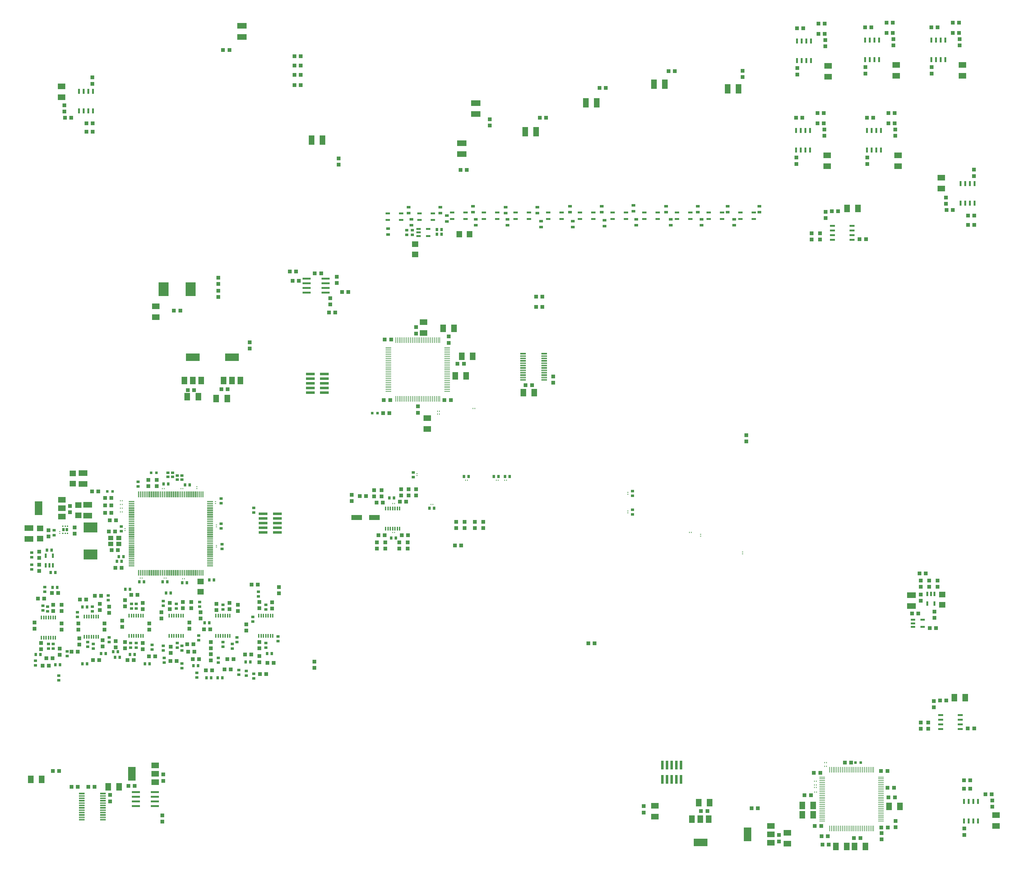
<source format=gbr>
G04 EAGLE Gerber RS-274X export*
G75*
%MOMM*%
%FSLAX34Y34*%
%LPD*%
%INSolderpaste Top*%
%IPPOS*%
%AMOC8*
5,1,8,0,0,1.08239X$1,22.5*%
G01*
%ADD10R,0.270000X1.500000*%
%ADD11R,1.500000X0.270000*%
%ADD12R,0.900000X0.700000*%
%ADD13R,1.400000X1.200000*%
%ADD14R,1.100000X1.000000*%
%ADD15R,1.800000X1.600000*%
%ADD16R,0.700000X0.900000*%
%ADD17C,0.070000*%
%ADD18R,1.000000X1.100000*%
%ADD19R,2.400000X0.760000*%
%ADD20R,0.800000X0.800000*%
%ADD21R,0.350000X0.250000*%
%ADD22R,0.250000X0.350000*%
%ADD23R,0.280000X0.430000*%
%ADD24R,1.200000X0.600000*%
%ADD25R,0.973900X0.798700*%
%ADD26R,0.760000X2.400000*%
%ADD27R,1.200000X0.550000*%
%ADD28R,0.304800X0.990600*%
%ADD29R,0.600000X1.200000*%
%ADD30R,2.400000X1.600000*%
%ADD31R,0.300000X0.450000*%
%ADD32R,0.650000X0.900000*%
%ADD33R,2.006600X1.498600*%
%ADD34R,2.006600X3.810000*%
%ADD35R,3.800000X2.800000*%
%ADD36R,1.498600X2.006600*%
%ADD37R,3.810000X2.006600*%
%ADD38R,1.080000X1.050000*%
%ADD39R,1.050000X1.080000*%
%ADD40R,2.000000X1.500000*%
%ADD41R,1.500000X2.000000*%
%ADD42C,0.102500*%
%ADD43R,0.600000X1.400000*%
%ADD44R,2.200000X0.600000*%
%ADD45R,1.500000X2.600000*%
%ADD46R,2.600000X1.500000*%
%ADD47R,1.400000X0.600000*%
%ADD48R,3.000000X1.400000*%
%ADD49R,0.430000X0.280000*%
%ADD50R,2.800000X3.800000*%
%ADD51R,1.600000X1.800000*%


D10*
X2348540Y323840D03*
X2343540Y323840D03*
X2338540Y323840D03*
X2333540Y323840D03*
X2328540Y323840D03*
X2323540Y323840D03*
X2318540Y323840D03*
X2313540Y323840D03*
X2308540Y323840D03*
X2303540Y323840D03*
X2298540Y323840D03*
X2293540Y323840D03*
X2288540Y323840D03*
X2283540Y323840D03*
X2278540Y323840D03*
X2273540Y323840D03*
X2268540Y323840D03*
X2263540Y323840D03*
X2258540Y323840D03*
X2253540Y323840D03*
X2248540Y323840D03*
X2243540Y323840D03*
X2238540Y323840D03*
X2233540Y323840D03*
X2228540Y323840D03*
D11*
X2208540Y303840D03*
X2208540Y298840D03*
X2208540Y293840D03*
X2208540Y288840D03*
X2208540Y283840D03*
X2208540Y278840D03*
X2208540Y273840D03*
X2208540Y268840D03*
X2208540Y263840D03*
X2208540Y258840D03*
X2208540Y253840D03*
X2208540Y248840D03*
X2208540Y243840D03*
X2208540Y238840D03*
X2208540Y233840D03*
X2208540Y228840D03*
X2208540Y223840D03*
X2208540Y218840D03*
X2208540Y213840D03*
X2208540Y208840D03*
X2208540Y203840D03*
X2208540Y198840D03*
X2208540Y193840D03*
X2208540Y188840D03*
X2208540Y183840D03*
D10*
X2228540Y163840D03*
X2233540Y163840D03*
X2238540Y163840D03*
X2243540Y163840D03*
X2248540Y163840D03*
X2253540Y163840D03*
X2258540Y163840D03*
X2263540Y163840D03*
X2268540Y163840D03*
X2273540Y163840D03*
X2278540Y163840D03*
X2283540Y163840D03*
X2288540Y163840D03*
X2293540Y163840D03*
X2298540Y163840D03*
X2303540Y163840D03*
X2308540Y163840D03*
X2313540Y163840D03*
X2318540Y163840D03*
X2323540Y163840D03*
X2328540Y163840D03*
X2333540Y163840D03*
X2338540Y163840D03*
X2343540Y163840D03*
X2348540Y163840D03*
D11*
X2368540Y183840D03*
X2368540Y188840D03*
X2368540Y193840D03*
X2368540Y198840D03*
X2368540Y203840D03*
X2368540Y208840D03*
X2368540Y213840D03*
X2368540Y218840D03*
X2368540Y223840D03*
X2368540Y228840D03*
X2368540Y233840D03*
X2368540Y238840D03*
X2368540Y243840D03*
X2368540Y248840D03*
X2368540Y253840D03*
X2368540Y258840D03*
X2368540Y263840D03*
X2368540Y268840D03*
X2368540Y273840D03*
X2368540Y278840D03*
X2368540Y283840D03*
X2368540Y288840D03*
X2368540Y293840D03*
X2368540Y298840D03*
X2368540Y303840D03*
D12*
X660400Y1024740D03*
X660400Y1037740D03*
D13*
X292940Y939420D03*
X292940Y955420D03*
X270940Y955420D03*
X270940Y939420D03*
D14*
X282820Y972820D03*
X265820Y972820D03*
X273440Y922020D03*
X290440Y922020D03*
D15*
X515620Y836960D03*
X515620Y808960D03*
D16*
X473560Y1099820D03*
X486560Y1099820D03*
D14*
X374142Y1096654D03*
X374142Y1113654D03*
D17*
X347890Y868390D02*
X347890Y853490D01*
X345790Y853490D01*
X345790Y868390D01*
X347890Y868390D01*
X347890Y854155D02*
X345790Y854155D01*
X345790Y854820D02*
X347890Y854820D01*
X347890Y855485D02*
X345790Y855485D01*
X345790Y856150D02*
X347890Y856150D01*
X347890Y856815D02*
X345790Y856815D01*
X345790Y857480D02*
X347890Y857480D01*
X347890Y858145D02*
X345790Y858145D01*
X345790Y858810D02*
X347890Y858810D01*
X347890Y859475D02*
X345790Y859475D01*
X345790Y860140D02*
X347890Y860140D01*
X347890Y860805D02*
X345790Y860805D01*
X345790Y861470D02*
X347890Y861470D01*
X347890Y862135D02*
X345790Y862135D01*
X345790Y862800D02*
X347890Y862800D01*
X347890Y863465D02*
X345790Y863465D01*
X345790Y864130D02*
X347890Y864130D01*
X347890Y864795D02*
X345790Y864795D01*
X345790Y865460D02*
X347890Y865460D01*
X347890Y866125D02*
X345790Y866125D01*
X345790Y866790D02*
X347890Y866790D01*
X347890Y867455D02*
X345790Y867455D01*
X345790Y868120D02*
X347890Y868120D01*
X352890Y868390D02*
X352890Y853490D01*
X350790Y853490D01*
X350790Y868390D01*
X352890Y868390D01*
X352890Y854155D02*
X350790Y854155D01*
X350790Y854820D02*
X352890Y854820D01*
X352890Y855485D02*
X350790Y855485D01*
X350790Y856150D02*
X352890Y856150D01*
X352890Y856815D02*
X350790Y856815D01*
X350790Y857480D02*
X352890Y857480D01*
X352890Y858145D02*
X350790Y858145D01*
X350790Y858810D02*
X352890Y858810D01*
X352890Y859475D02*
X350790Y859475D01*
X350790Y860140D02*
X352890Y860140D01*
X352890Y860805D02*
X350790Y860805D01*
X350790Y861470D02*
X352890Y861470D01*
X352890Y862135D02*
X350790Y862135D01*
X350790Y862800D02*
X352890Y862800D01*
X352890Y863465D02*
X350790Y863465D01*
X350790Y864130D02*
X352890Y864130D01*
X352890Y864795D02*
X350790Y864795D01*
X350790Y865460D02*
X352890Y865460D01*
X352890Y866125D02*
X350790Y866125D01*
X350790Y866790D02*
X352890Y866790D01*
X352890Y867455D02*
X350790Y867455D01*
X350790Y868120D02*
X352890Y868120D01*
X357890Y868390D02*
X357890Y853490D01*
X355790Y853490D01*
X355790Y868390D01*
X357890Y868390D01*
X357890Y854155D02*
X355790Y854155D01*
X355790Y854820D02*
X357890Y854820D01*
X357890Y855485D02*
X355790Y855485D01*
X355790Y856150D02*
X357890Y856150D01*
X357890Y856815D02*
X355790Y856815D01*
X355790Y857480D02*
X357890Y857480D01*
X357890Y858145D02*
X355790Y858145D01*
X355790Y858810D02*
X357890Y858810D01*
X357890Y859475D02*
X355790Y859475D01*
X355790Y860140D02*
X357890Y860140D01*
X357890Y860805D02*
X355790Y860805D01*
X355790Y861470D02*
X357890Y861470D01*
X357890Y862135D02*
X355790Y862135D01*
X355790Y862800D02*
X357890Y862800D01*
X357890Y863465D02*
X355790Y863465D01*
X355790Y864130D02*
X357890Y864130D01*
X357890Y864795D02*
X355790Y864795D01*
X355790Y865460D02*
X357890Y865460D01*
X357890Y866125D02*
X355790Y866125D01*
X355790Y866790D02*
X357890Y866790D01*
X357890Y867455D02*
X355790Y867455D01*
X355790Y868120D02*
X357890Y868120D01*
X362890Y868390D02*
X362890Y853490D01*
X360790Y853490D01*
X360790Y868390D01*
X362890Y868390D01*
X362890Y854155D02*
X360790Y854155D01*
X360790Y854820D02*
X362890Y854820D01*
X362890Y855485D02*
X360790Y855485D01*
X360790Y856150D02*
X362890Y856150D01*
X362890Y856815D02*
X360790Y856815D01*
X360790Y857480D02*
X362890Y857480D01*
X362890Y858145D02*
X360790Y858145D01*
X360790Y858810D02*
X362890Y858810D01*
X362890Y859475D02*
X360790Y859475D01*
X360790Y860140D02*
X362890Y860140D01*
X362890Y860805D02*
X360790Y860805D01*
X360790Y861470D02*
X362890Y861470D01*
X362890Y862135D02*
X360790Y862135D01*
X360790Y862800D02*
X362890Y862800D01*
X362890Y863465D02*
X360790Y863465D01*
X360790Y864130D02*
X362890Y864130D01*
X362890Y864795D02*
X360790Y864795D01*
X360790Y865460D02*
X362890Y865460D01*
X362890Y866125D02*
X360790Y866125D01*
X360790Y866790D02*
X362890Y866790D01*
X362890Y867455D02*
X360790Y867455D01*
X360790Y868120D02*
X362890Y868120D01*
X367890Y868390D02*
X367890Y853490D01*
X365790Y853490D01*
X365790Y868390D01*
X367890Y868390D01*
X367890Y854155D02*
X365790Y854155D01*
X365790Y854820D02*
X367890Y854820D01*
X367890Y855485D02*
X365790Y855485D01*
X365790Y856150D02*
X367890Y856150D01*
X367890Y856815D02*
X365790Y856815D01*
X365790Y857480D02*
X367890Y857480D01*
X367890Y858145D02*
X365790Y858145D01*
X365790Y858810D02*
X367890Y858810D01*
X367890Y859475D02*
X365790Y859475D01*
X365790Y860140D02*
X367890Y860140D01*
X367890Y860805D02*
X365790Y860805D01*
X365790Y861470D02*
X367890Y861470D01*
X367890Y862135D02*
X365790Y862135D01*
X365790Y862800D02*
X367890Y862800D01*
X367890Y863465D02*
X365790Y863465D01*
X365790Y864130D02*
X367890Y864130D01*
X367890Y864795D02*
X365790Y864795D01*
X365790Y865460D02*
X367890Y865460D01*
X367890Y866125D02*
X365790Y866125D01*
X365790Y866790D02*
X367890Y866790D01*
X367890Y867455D02*
X365790Y867455D01*
X365790Y868120D02*
X367890Y868120D01*
X372890Y868390D02*
X372890Y853490D01*
X370790Y853490D01*
X370790Y868390D01*
X372890Y868390D01*
X372890Y854155D02*
X370790Y854155D01*
X370790Y854820D02*
X372890Y854820D01*
X372890Y855485D02*
X370790Y855485D01*
X370790Y856150D02*
X372890Y856150D01*
X372890Y856815D02*
X370790Y856815D01*
X370790Y857480D02*
X372890Y857480D01*
X372890Y858145D02*
X370790Y858145D01*
X370790Y858810D02*
X372890Y858810D01*
X372890Y859475D02*
X370790Y859475D01*
X370790Y860140D02*
X372890Y860140D01*
X372890Y860805D02*
X370790Y860805D01*
X370790Y861470D02*
X372890Y861470D01*
X372890Y862135D02*
X370790Y862135D01*
X370790Y862800D02*
X372890Y862800D01*
X372890Y863465D02*
X370790Y863465D01*
X370790Y864130D02*
X372890Y864130D01*
X372890Y864795D02*
X370790Y864795D01*
X370790Y865460D02*
X372890Y865460D01*
X372890Y866125D02*
X370790Y866125D01*
X370790Y866790D02*
X372890Y866790D01*
X372890Y867455D02*
X370790Y867455D01*
X370790Y868120D02*
X372890Y868120D01*
X377890Y868390D02*
X377890Y853490D01*
X375790Y853490D01*
X375790Y868390D01*
X377890Y868390D01*
X377890Y854155D02*
X375790Y854155D01*
X375790Y854820D02*
X377890Y854820D01*
X377890Y855485D02*
X375790Y855485D01*
X375790Y856150D02*
X377890Y856150D01*
X377890Y856815D02*
X375790Y856815D01*
X375790Y857480D02*
X377890Y857480D01*
X377890Y858145D02*
X375790Y858145D01*
X375790Y858810D02*
X377890Y858810D01*
X377890Y859475D02*
X375790Y859475D01*
X375790Y860140D02*
X377890Y860140D01*
X377890Y860805D02*
X375790Y860805D01*
X375790Y861470D02*
X377890Y861470D01*
X377890Y862135D02*
X375790Y862135D01*
X375790Y862800D02*
X377890Y862800D01*
X377890Y863465D02*
X375790Y863465D01*
X375790Y864130D02*
X377890Y864130D01*
X377890Y864795D02*
X375790Y864795D01*
X375790Y865460D02*
X377890Y865460D01*
X377890Y866125D02*
X375790Y866125D01*
X375790Y866790D02*
X377890Y866790D01*
X377890Y867455D02*
X375790Y867455D01*
X375790Y868120D02*
X377890Y868120D01*
X382890Y868390D02*
X382890Y853490D01*
X380790Y853490D01*
X380790Y868390D01*
X382890Y868390D01*
X382890Y854155D02*
X380790Y854155D01*
X380790Y854820D02*
X382890Y854820D01*
X382890Y855485D02*
X380790Y855485D01*
X380790Y856150D02*
X382890Y856150D01*
X382890Y856815D02*
X380790Y856815D01*
X380790Y857480D02*
X382890Y857480D01*
X382890Y858145D02*
X380790Y858145D01*
X380790Y858810D02*
X382890Y858810D01*
X382890Y859475D02*
X380790Y859475D01*
X380790Y860140D02*
X382890Y860140D01*
X382890Y860805D02*
X380790Y860805D01*
X380790Y861470D02*
X382890Y861470D01*
X382890Y862135D02*
X380790Y862135D01*
X380790Y862800D02*
X382890Y862800D01*
X382890Y863465D02*
X380790Y863465D01*
X380790Y864130D02*
X382890Y864130D01*
X382890Y864795D02*
X380790Y864795D01*
X380790Y865460D02*
X382890Y865460D01*
X382890Y866125D02*
X380790Y866125D01*
X380790Y866790D02*
X382890Y866790D01*
X382890Y867455D02*
X380790Y867455D01*
X380790Y868120D02*
X382890Y868120D01*
X387890Y868390D02*
X387890Y853490D01*
X385790Y853490D01*
X385790Y868390D01*
X387890Y868390D01*
X387890Y854155D02*
X385790Y854155D01*
X385790Y854820D02*
X387890Y854820D01*
X387890Y855485D02*
X385790Y855485D01*
X385790Y856150D02*
X387890Y856150D01*
X387890Y856815D02*
X385790Y856815D01*
X385790Y857480D02*
X387890Y857480D01*
X387890Y858145D02*
X385790Y858145D01*
X385790Y858810D02*
X387890Y858810D01*
X387890Y859475D02*
X385790Y859475D01*
X385790Y860140D02*
X387890Y860140D01*
X387890Y860805D02*
X385790Y860805D01*
X385790Y861470D02*
X387890Y861470D01*
X387890Y862135D02*
X385790Y862135D01*
X385790Y862800D02*
X387890Y862800D01*
X387890Y863465D02*
X385790Y863465D01*
X385790Y864130D02*
X387890Y864130D01*
X387890Y864795D02*
X385790Y864795D01*
X385790Y865460D02*
X387890Y865460D01*
X387890Y866125D02*
X385790Y866125D01*
X385790Y866790D02*
X387890Y866790D01*
X387890Y867455D02*
X385790Y867455D01*
X385790Y868120D02*
X387890Y868120D01*
X392890Y868390D02*
X392890Y853490D01*
X390790Y853490D01*
X390790Y868390D01*
X392890Y868390D01*
X392890Y854155D02*
X390790Y854155D01*
X390790Y854820D02*
X392890Y854820D01*
X392890Y855485D02*
X390790Y855485D01*
X390790Y856150D02*
X392890Y856150D01*
X392890Y856815D02*
X390790Y856815D01*
X390790Y857480D02*
X392890Y857480D01*
X392890Y858145D02*
X390790Y858145D01*
X390790Y858810D02*
X392890Y858810D01*
X392890Y859475D02*
X390790Y859475D01*
X390790Y860140D02*
X392890Y860140D01*
X392890Y860805D02*
X390790Y860805D01*
X390790Y861470D02*
X392890Y861470D01*
X392890Y862135D02*
X390790Y862135D01*
X390790Y862800D02*
X392890Y862800D01*
X392890Y863465D02*
X390790Y863465D01*
X390790Y864130D02*
X392890Y864130D01*
X392890Y864795D02*
X390790Y864795D01*
X390790Y865460D02*
X392890Y865460D01*
X392890Y866125D02*
X390790Y866125D01*
X390790Y866790D02*
X392890Y866790D01*
X392890Y867455D02*
X390790Y867455D01*
X390790Y868120D02*
X392890Y868120D01*
X397890Y868390D02*
X397890Y853490D01*
X395790Y853490D01*
X395790Y868390D01*
X397890Y868390D01*
X397890Y854155D02*
X395790Y854155D01*
X395790Y854820D02*
X397890Y854820D01*
X397890Y855485D02*
X395790Y855485D01*
X395790Y856150D02*
X397890Y856150D01*
X397890Y856815D02*
X395790Y856815D01*
X395790Y857480D02*
X397890Y857480D01*
X397890Y858145D02*
X395790Y858145D01*
X395790Y858810D02*
X397890Y858810D01*
X397890Y859475D02*
X395790Y859475D01*
X395790Y860140D02*
X397890Y860140D01*
X397890Y860805D02*
X395790Y860805D01*
X395790Y861470D02*
X397890Y861470D01*
X397890Y862135D02*
X395790Y862135D01*
X395790Y862800D02*
X397890Y862800D01*
X397890Y863465D02*
X395790Y863465D01*
X395790Y864130D02*
X397890Y864130D01*
X397890Y864795D02*
X395790Y864795D01*
X395790Y865460D02*
X397890Y865460D01*
X397890Y866125D02*
X395790Y866125D01*
X395790Y866790D02*
X397890Y866790D01*
X397890Y867455D02*
X395790Y867455D01*
X395790Y868120D02*
X397890Y868120D01*
X402890Y868390D02*
X402890Y853490D01*
X400790Y853490D01*
X400790Y868390D01*
X402890Y868390D01*
X402890Y854155D02*
X400790Y854155D01*
X400790Y854820D02*
X402890Y854820D01*
X402890Y855485D02*
X400790Y855485D01*
X400790Y856150D02*
X402890Y856150D01*
X402890Y856815D02*
X400790Y856815D01*
X400790Y857480D02*
X402890Y857480D01*
X402890Y858145D02*
X400790Y858145D01*
X400790Y858810D02*
X402890Y858810D01*
X402890Y859475D02*
X400790Y859475D01*
X400790Y860140D02*
X402890Y860140D01*
X402890Y860805D02*
X400790Y860805D01*
X400790Y861470D02*
X402890Y861470D01*
X402890Y862135D02*
X400790Y862135D01*
X400790Y862800D02*
X402890Y862800D01*
X402890Y863465D02*
X400790Y863465D01*
X400790Y864130D02*
X402890Y864130D01*
X402890Y864795D02*
X400790Y864795D01*
X400790Y865460D02*
X402890Y865460D01*
X402890Y866125D02*
X400790Y866125D01*
X400790Y866790D02*
X402890Y866790D01*
X402890Y867455D02*
X400790Y867455D01*
X400790Y868120D02*
X402890Y868120D01*
X407890Y868390D02*
X407890Y853490D01*
X405790Y853490D01*
X405790Y868390D01*
X407890Y868390D01*
X407890Y854155D02*
X405790Y854155D01*
X405790Y854820D02*
X407890Y854820D01*
X407890Y855485D02*
X405790Y855485D01*
X405790Y856150D02*
X407890Y856150D01*
X407890Y856815D02*
X405790Y856815D01*
X405790Y857480D02*
X407890Y857480D01*
X407890Y858145D02*
X405790Y858145D01*
X405790Y858810D02*
X407890Y858810D01*
X407890Y859475D02*
X405790Y859475D01*
X405790Y860140D02*
X407890Y860140D01*
X407890Y860805D02*
X405790Y860805D01*
X405790Y861470D02*
X407890Y861470D01*
X407890Y862135D02*
X405790Y862135D01*
X405790Y862800D02*
X407890Y862800D01*
X407890Y863465D02*
X405790Y863465D01*
X405790Y864130D02*
X407890Y864130D01*
X407890Y864795D02*
X405790Y864795D01*
X405790Y865460D02*
X407890Y865460D01*
X407890Y866125D02*
X405790Y866125D01*
X405790Y866790D02*
X407890Y866790D01*
X407890Y867455D02*
X405790Y867455D01*
X405790Y868120D02*
X407890Y868120D01*
X412890Y868390D02*
X412890Y853490D01*
X410790Y853490D01*
X410790Y868390D01*
X412890Y868390D01*
X412890Y854155D02*
X410790Y854155D01*
X410790Y854820D02*
X412890Y854820D01*
X412890Y855485D02*
X410790Y855485D01*
X410790Y856150D02*
X412890Y856150D01*
X412890Y856815D02*
X410790Y856815D01*
X410790Y857480D02*
X412890Y857480D01*
X412890Y858145D02*
X410790Y858145D01*
X410790Y858810D02*
X412890Y858810D01*
X412890Y859475D02*
X410790Y859475D01*
X410790Y860140D02*
X412890Y860140D01*
X412890Y860805D02*
X410790Y860805D01*
X410790Y861470D02*
X412890Y861470D01*
X412890Y862135D02*
X410790Y862135D01*
X410790Y862800D02*
X412890Y862800D01*
X412890Y863465D02*
X410790Y863465D01*
X410790Y864130D02*
X412890Y864130D01*
X412890Y864795D02*
X410790Y864795D01*
X410790Y865460D02*
X412890Y865460D01*
X412890Y866125D02*
X410790Y866125D01*
X410790Y866790D02*
X412890Y866790D01*
X412890Y867455D02*
X410790Y867455D01*
X410790Y868120D02*
X412890Y868120D01*
X417890Y868390D02*
X417890Y853490D01*
X415790Y853490D01*
X415790Y868390D01*
X417890Y868390D01*
X417890Y854155D02*
X415790Y854155D01*
X415790Y854820D02*
X417890Y854820D01*
X417890Y855485D02*
X415790Y855485D01*
X415790Y856150D02*
X417890Y856150D01*
X417890Y856815D02*
X415790Y856815D01*
X415790Y857480D02*
X417890Y857480D01*
X417890Y858145D02*
X415790Y858145D01*
X415790Y858810D02*
X417890Y858810D01*
X417890Y859475D02*
X415790Y859475D01*
X415790Y860140D02*
X417890Y860140D01*
X417890Y860805D02*
X415790Y860805D01*
X415790Y861470D02*
X417890Y861470D01*
X417890Y862135D02*
X415790Y862135D01*
X415790Y862800D02*
X417890Y862800D01*
X417890Y863465D02*
X415790Y863465D01*
X415790Y864130D02*
X417890Y864130D01*
X417890Y864795D02*
X415790Y864795D01*
X415790Y865460D02*
X417890Y865460D01*
X417890Y866125D02*
X415790Y866125D01*
X415790Y866790D02*
X417890Y866790D01*
X417890Y867455D02*
X415790Y867455D01*
X415790Y868120D02*
X417890Y868120D01*
X422890Y868390D02*
X422890Y853490D01*
X420790Y853490D01*
X420790Y868390D01*
X422890Y868390D01*
X422890Y854155D02*
X420790Y854155D01*
X420790Y854820D02*
X422890Y854820D01*
X422890Y855485D02*
X420790Y855485D01*
X420790Y856150D02*
X422890Y856150D01*
X422890Y856815D02*
X420790Y856815D01*
X420790Y857480D02*
X422890Y857480D01*
X422890Y858145D02*
X420790Y858145D01*
X420790Y858810D02*
X422890Y858810D01*
X422890Y859475D02*
X420790Y859475D01*
X420790Y860140D02*
X422890Y860140D01*
X422890Y860805D02*
X420790Y860805D01*
X420790Y861470D02*
X422890Y861470D01*
X422890Y862135D02*
X420790Y862135D01*
X420790Y862800D02*
X422890Y862800D01*
X422890Y863465D02*
X420790Y863465D01*
X420790Y864130D02*
X422890Y864130D01*
X422890Y864795D02*
X420790Y864795D01*
X420790Y865460D02*
X422890Y865460D01*
X422890Y866125D02*
X420790Y866125D01*
X420790Y866790D02*
X422890Y866790D01*
X422890Y867455D02*
X420790Y867455D01*
X420790Y868120D02*
X422890Y868120D01*
X427890Y868390D02*
X427890Y853490D01*
X425790Y853490D01*
X425790Y868390D01*
X427890Y868390D01*
X427890Y854155D02*
X425790Y854155D01*
X425790Y854820D02*
X427890Y854820D01*
X427890Y855485D02*
X425790Y855485D01*
X425790Y856150D02*
X427890Y856150D01*
X427890Y856815D02*
X425790Y856815D01*
X425790Y857480D02*
X427890Y857480D01*
X427890Y858145D02*
X425790Y858145D01*
X425790Y858810D02*
X427890Y858810D01*
X427890Y859475D02*
X425790Y859475D01*
X425790Y860140D02*
X427890Y860140D01*
X427890Y860805D02*
X425790Y860805D01*
X425790Y861470D02*
X427890Y861470D01*
X427890Y862135D02*
X425790Y862135D01*
X425790Y862800D02*
X427890Y862800D01*
X427890Y863465D02*
X425790Y863465D01*
X425790Y864130D02*
X427890Y864130D01*
X427890Y864795D02*
X425790Y864795D01*
X425790Y865460D02*
X427890Y865460D01*
X427890Y866125D02*
X425790Y866125D01*
X425790Y866790D02*
X427890Y866790D01*
X427890Y867455D02*
X425790Y867455D01*
X425790Y868120D02*
X427890Y868120D01*
X432890Y868390D02*
X432890Y853490D01*
X430790Y853490D01*
X430790Y868390D01*
X432890Y868390D01*
X432890Y854155D02*
X430790Y854155D01*
X430790Y854820D02*
X432890Y854820D01*
X432890Y855485D02*
X430790Y855485D01*
X430790Y856150D02*
X432890Y856150D01*
X432890Y856815D02*
X430790Y856815D01*
X430790Y857480D02*
X432890Y857480D01*
X432890Y858145D02*
X430790Y858145D01*
X430790Y858810D02*
X432890Y858810D01*
X432890Y859475D02*
X430790Y859475D01*
X430790Y860140D02*
X432890Y860140D01*
X432890Y860805D02*
X430790Y860805D01*
X430790Y861470D02*
X432890Y861470D01*
X432890Y862135D02*
X430790Y862135D01*
X430790Y862800D02*
X432890Y862800D01*
X432890Y863465D02*
X430790Y863465D01*
X430790Y864130D02*
X432890Y864130D01*
X432890Y864795D02*
X430790Y864795D01*
X430790Y865460D02*
X432890Y865460D01*
X432890Y866125D02*
X430790Y866125D01*
X430790Y866790D02*
X432890Y866790D01*
X432890Y867455D02*
X430790Y867455D01*
X430790Y868120D02*
X432890Y868120D01*
X437890Y868390D02*
X437890Y853490D01*
X435790Y853490D01*
X435790Y868390D01*
X437890Y868390D01*
X437890Y854155D02*
X435790Y854155D01*
X435790Y854820D02*
X437890Y854820D01*
X437890Y855485D02*
X435790Y855485D01*
X435790Y856150D02*
X437890Y856150D01*
X437890Y856815D02*
X435790Y856815D01*
X435790Y857480D02*
X437890Y857480D01*
X437890Y858145D02*
X435790Y858145D01*
X435790Y858810D02*
X437890Y858810D01*
X437890Y859475D02*
X435790Y859475D01*
X435790Y860140D02*
X437890Y860140D01*
X437890Y860805D02*
X435790Y860805D01*
X435790Y861470D02*
X437890Y861470D01*
X437890Y862135D02*
X435790Y862135D01*
X435790Y862800D02*
X437890Y862800D01*
X437890Y863465D02*
X435790Y863465D01*
X435790Y864130D02*
X437890Y864130D01*
X437890Y864795D02*
X435790Y864795D01*
X435790Y865460D02*
X437890Y865460D01*
X437890Y866125D02*
X435790Y866125D01*
X435790Y866790D02*
X437890Y866790D01*
X437890Y867455D02*
X435790Y867455D01*
X435790Y868120D02*
X437890Y868120D01*
X442890Y868390D02*
X442890Y853490D01*
X440790Y853490D01*
X440790Y868390D01*
X442890Y868390D01*
X442890Y854155D02*
X440790Y854155D01*
X440790Y854820D02*
X442890Y854820D01*
X442890Y855485D02*
X440790Y855485D01*
X440790Y856150D02*
X442890Y856150D01*
X442890Y856815D02*
X440790Y856815D01*
X440790Y857480D02*
X442890Y857480D01*
X442890Y858145D02*
X440790Y858145D01*
X440790Y858810D02*
X442890Y858810D01*
X442890Y859475D02*
X440790Y859475D01*
X440790Y860140D02*
X442890Y860140D01*
X442890Y860805D02*
X440790Y860805D01*
X440790Y861470D02*
X442890Y861470D01*
X442890Y862135D02*
X440790Y862135D01*
X440790Y862800D02*
X442890Y862800D01*
X442890Y863465D02*
X440790Y863465D01*
X440790Y864130D02*
X442890Y864130D01*
X442890Y864795D02*
X440790Y864795D01*
X440790Y865460D02*
X442890Y865460D01*
X442890Y866125D02*
X440790Y866125D01*
X440790Y866790D02*
X442890Y866790D01*
X442890Y867455D02*
X440790Y867455D01*
X440790Y868120D02*
X442890Y868120D01*
X447890Y868390D02*
X447890Y853490D01*
X445790Y853490D01*
X445790Y868390D01*
X447890Y868390D01*
X447890Y854155D02*
X445790Y854155D01*
X445790Y854820D02*
X447890Y854820D01*
X447890Y855485D02*
X445790Y855485D01*
X445790Y856150D02*
X447890Y856150D01*
X447890Y856815D02*
X445790Y856815D01*
X445790Y857480D02*
X447890Y857480D01*
X447890Y858145D02*
X445790Y858145D01*
X445790Y858810D02*
X447890Y858810D01*
X447890Y859475D02*
X445790Y859475D01*
X445790Y860140D02*
X447890Y860140D01*
X447890Y860805D02*
X445790Y860805D01*
X445790Y861470D02*
X447890Y861470D01*
X447890Y862135D02*
X445790Y862135D01*
X445790Y862800D02*
X447890Y862800D01*
X447890Y863465D02*
X445790Y863465D01*
X445790Y864130D02*
X447890Y864130D01*
X447890Y864795D02*
X445790Y864795D01*
X445790Y865460D02*
X447890Y865460D01*
X447890Y866125D02*
X445790Y866125D01*
X445790Y866790D02*
X447890Y866790D01*
X447890Y867455D02*
X445790Y867455D01*
X445790Y868120D02*
X447890Y868120D01*
X452890Y868390D02*
X452890Y853490D01*
X450790Y853490D01*
X450790Y868390D01*
X452890Y868390D01*
X452890Y854155D02*
X450790Y854155D01*
X450790Y854820D02*
X452890Y854820D01*
X452890Y855485D02*
X450790Y855485D01*
X450790Y856150D02*
X452890Y856150D01*
X452890Y856815D02*
X450790Y856815D01*
X450790Y857480D02*
X452890Y857480D01*
X452890Y858145D02*
X450790Y858145D01*
X450790Y858810D02*
X452890Y858810D01*
X452890Y859475D02*
X450790Y859475D01*
X450790Y860140D02*
X452890Y860140D01*
X452890Y860805D02*
X450790Y860805D01*
X450790Y861470D02*
X452890Y861470D01*
X452890Y862135D02*
X450790Y862135D01*
X450790Y862800D02*
X452890Y862800D01*
X452890Y863465D02*
X450790Y863465D01*
X450790Y864130D02*
X452890Y864130D01*
X452890Y864795D02*
X450790Y864795D01*
X450790Y865460D02*
X452890Y865460D01*
X452890Y866125D02*
X450790Y866125D01*
X450790Y866790D02*
X452890Y866790D01*
X452890Y867455D02*
X450790Y867455D01*
X450790Y868120D02*
X452890Y868120D01*
X457890Y868390D02*
X457890Y853490D01*
X455790Y853490D01*
X455790Y868390D01*
X457890Y868390D01*
X457890Y854155D02*
X455790Y854155D01*
X455790Y854820D02*
X457890Y854820D01*
X457890Y855485D02*
X455790Y855485D01*
X455790Y856150D02*
X457890Y856150D01*
X457890Y856815D02*
X455790Y856815D01*
X455790Y857480D02*
X457890Y857480D01*
X457890Y858145D02*
X455790Y858145D01*
X455790Y858810D02*
X457890Y858810D01*
X457890Y859475D02*
X455790Y859475D01*
X455790Y860140D02*
X457890Y860140D01*
X457890Y860805D02*
X455790Y860805D01*
X455790Y861470D02*
X457890Y861470D01*
X457890Y862135D02*
X455790Y862135D01*
X455790Y862800D02*
X457890Y862800D01*
X457890Y863465D02*
X455790Y863465D01*
X455790Y864130D02*
X457890Y864130D01*
X457890Y864795D02*
X455790Y864795D01*
X455790Y865460D02*
X457890Y865460D01*
X457890Y866125D02*
X455790Y866125D01*
X455790Y866790D02*
X457890Y866790D01*
X457890Y867455D02*
X455790Y867455D01*
X455790Y868120D02*
X457890Y868120D01*
X462890Y868390D02*
X462890Y853490D01*
X460790Y853490D01*
X460790Y868390D01*
X462890Y868390D01*
X462890Y854155D02*
X460790Y854155D01*
X460790Y854820D02*
X462890Y854820D01*
X462890Y855485D02*
X460790Y855485D01*
X460790Y856150D02*
X462890Y856150D01*
X462890Y856815D02*
X460790Y856815D01*
X460790Y857480D02*
X462890Y857480D01*
X462890Y858145D02*
X460790Y858145D01*
X460790Y858810D02*
X462890Y858810D01*
X462890Y859475D02*
X460790Y859475D01*
X460790Y860140D02*
X462890Y860140D01*
X462890Y860805D02*
X460790Y860805D01*
X460790Y861470D02*
X462890Y861470D01*
X462890Y862135D02*
X460790Y862135D01*
X460790Y862800D02*
X462890Y862800D01*
X462890Y863465D02*
X460790Y863465D01*
X460790Y864130D02*
X462890Y864130D01*
X462890Y864795D02*
X460790Y864795D01*
X460790Y865460D02*
X462890Y865460D01*
X462890Y866125D02*
X460790Y866125D01*
X460790Y866790D02*
X462890Y866790D01*
X462890Y867455D02*
X460790Y867455D01*
X460790Y868120D02*
X462890Y868120D01*
X467890Y868390D02*
X467890Y853490D01*
X465790Y853490D01*
X465790Y868390D01*
X467890Y868390D01*
X467890Y854155D02*
X465790Y854155D01*
X465790Y854820D02*
X467890Y854820D01*
X467890Y855485D02*
X465790Y855485D01*
X465790Y856150D02*
X467890Y856150D01*
X467890Y856815D02*
X465790Y856815D01*
X465790Y857480D02*
X467890Y857480D01*
X467890Y858145D02*
X465790Y858145D01*
X465790Y858810D02*
X467890Y858810D01*
X467890Y859475D02*
X465790Y859475D01*
X465790Y860140D02*
X467890Y860140D01*
X467890Y860805D02*
X465790Y860805D01*
X465790Y861470D02*
X467890Y861470D01*
X467890Y862135D02*
X465790Y862135D01*
X465790Y862800D02*
X467890Y862800D01*
X467890Y863465D02*
X465790Y863465D01*
X465790Y864130D02*
X467890Y864130D01*
X467890Y864795D02*
X465790Y864795D01*
X465790Y865460D02*
X467890Y865460D01*
X467890Y866125D02*
X465790Y866125D01*
X465790Y866790D02*
X467890Y866790D01*
X467890Y867455D02*
X465790Y867455D01*
X465790Y868120D02*
X467890Y868120D01*
X472890Y868390D02*
X472890Y853490D01*
X470790Y853490D01*
X470790Y868390D01*
X472890Y868390D01*
X472890Y854155D02*
X470790Y854155D01*
X470790Y854820D02*
X472890Y854820D01*
X472890Y855485D02*
X470790Y855485D01*
X470790Y856150D02*
X472890Y856150D01*
X472890Y856815D02*
X470790Y856815D01*
X470790Y857480D02*
X472890Y857480D01*
X472890Y858145D02*
X470790Y858145D01*
X470790Y858810D02*
X472890Y858810D01*
X472890Y859475D02*
X470790Y859475D01*
X470790Y860140D02*
X472890Y860140D01*
X472890Y860805D02*
X470790Y860805D01*
X470790Y861470D02*
X472890Y861470D01*
X472890Y862135D02*
X470790Y862135D01*
X470790Y862800D02*
X472890Y862800D01*
X472890Y863465D02*
X470790Y863465D01*
X470790Y864130D02*
X472890Y864130D01*
X472890Y864795D02*
X470790Y864795D01*
X470790Y865460D02*
X472890Y865460D01*
X472890Y866125D02*
X470790Y866125D01*
X470790Y866790D02*
X472890Y866790D01*
X472890Y867455D02*
X470790Y867455D01*
X470790Y868120D02*
X472890Y868120D01*
X477890Y868390D02*
X477890Y853490D01*
X475790Y853490D01*
X475790Y868390D01*
X477890Y868390D01*
X477890Y854155D02*
X475790Y854155D01*
X475790Y854820D02*
X477890Y854820D01*
X477890Y855485D02*
X475790Y855485D01*
X475790Y856150D02*
X477890Y856150D01*
X477890Y856815D02*
X475790Y856815D01*
X475790Y857480D02*
X477890Y857480D01*
X477890Y858145D02*
X475790Y858145D01*
X475790Y858810D02*
X477890Y858810D01*
X477890Y859475D02*
X475790Y859475D01*
X475790Y860140D02*
X477890Y860140D01*
X477890Y860805D02*
X475790Y860805D01*
X475790Y861470D02*
X477890Y861470D01*
X477890Y862135D02*
X475790Y862135D01*
X475790Y862800D02*
X477890Y862800D01*
X477890Y863465D02*
X475790Y863465D01*
X475790Y864130D02*
X477890Y864130D01*
X477890Y864795D02*
X475790Y864795D01*
X475790Y865460D02*
X477890Y865460D01*
X477890Y866125D02*
X475790Y866125D01*
X475790Y866790D02*
X477890Y866790D01*
X477890Y867455D02*
X475790Y867455D01*
X475790Y868120D02*
X477890Y868120D01*
X482890Y868390D02*
X482890Y853490D01*
X480790Y853490D01*
X480790Y868390D01*
X482890Y868390D01*
X482890Y854155D02*
X480790Y854155D01*
X480790Y854820D02*
X482890Y854820D01*
X482890Y855485D02*
X480790Y855485D01*
X480790Y856150D02*
X482890Y856150D01*
X482890Y856815D02*
X480790Y856815D01*
X480790Y857480D02*
X482890Y857480D01*
X482890Y858145D02*
X480790Y858145D01*
X480790Y858810D02*
X482890Y858810D01*
X482890Y859475D02*
X480790Y859475D01*
X480790Y860140D02*
X482890Y860140D01*
X482890Y860805D02*
X480790Y860805D01*
X480790Y861470D02*
X482890Y861470D01*
X482890Y862135D02*
X480790Y862135D01*
X480790Y862800D02*
X482890Y862800D01*
X482890Y863465D02*
X480790Y863465D01*
X480790Y864130D02*
X482890Y864130D01*
X482890Y864795D02*
X480790Y864795D01*
X480790Y865460D02*
X482890Y865460D01*
X482890Y866125D02*
X480790Y866125D01*
X480790Y866790D02*
X482890Y866790D01*
X482890Y867455D02*
X480790Y867455D01*
X480790Y868120D02*
X482890Y868120D01*
X487890Y868390D02*
X487890Y853490D01*
X485790Y853490D01*
X485790Y868390D01*
X487890Y868390D01*
X487890Y854155D02*
X485790Y854155D01*
X485790Y854820D02*
X487890Y854820D01*
X487890Y855485D02*
X485790Y855485D01*
X485790Y856150D02*
X487890Y856150D01*
X487890Y856815D02*
X485790Y856815D01*
X485790Y857480D02*
X487890Y857480D01*
X487890Y858145D02*
X485790Y858145D01*
X485790Y858810D02*
X487890Y858810D01*
X487890Y859475D02*
X485790Y859475D01*
X485790Y860140D02*
X487890Y860140D01*
X487890Y860805D02*
X485790Y860805D01*
X485790Y861470D02*
X487890Y861470D01*
X487890Y862135D02*
X485790Y862135D01*
X485790Y862800D02*
X487890Y862800D01*
X487890Y863465D02*
X485790Y863465D01*
X485790Y864130D02*
X487890Y864130D01*
X487890Y864795D02*
X485790Y864795D01*
X485790Y865460D02*
X487890Y865460D01*
X487890Y866125D02*
X485790Y866125D01*
X485790Y866790D02*
X487890Y866790D01*
X487890Y867455D02*
X485790Y867455D01*
X485790Y868120D02*
X487890Y868120D01*
X492890Y868390D02*
X492890Y853490D01*
X490790Y853490D01*
X490790Y868390D01*
X492890Y868390D01*
X492890Y854155D02*
X490790Y854155D01*
X490790Y854820D02*
X492890Y854820D01*
X492890Y855485D02*
X490790Y855485D01*
X490790Y856150D02*
X492890Y856150D01*
X492890Y856815D02*
X490790Y856815D01*
X490790Y857480D02*
X492890Y857480D01*
X492890Y858145D02*
X490790Y858145D01*
X490790Y858810D02*
X492890Y858810D01*
X492890Y859475D02*
X490790Y859475D01*
X490790Y860140D02*
X492890Y860140D01*
X492890Y860805D02*
X490790Y860805D01*
X490790Y861470D02*
X492890Y861470D01*
X492890Y862135D02*
X490790Y862135D01*
X490790Y862800D02*
X492890Y862800D01*
X492890Y863465D02*
X490790Y863465D01*
X490790Y864130D02*
X492890Y864130D01*
X492890Y864795D02*
X490790Y864795D01*
X490790Y865460D02*
X492890Y865460D01*
X492890Y866125D02*
X490790Y866125D01*
X490790Y866790D02*
X492890Y866790D01*
X492890Y867455D02*
X490790Y867455D01*
X490790Y868120D02*
X492890Y868120D01*
X497890Y868390D02*
X497890Y853490D01*
X495790Y853490D01*
X495790Y868390D01*
X497890Y868390D01*
X497890Y854155D02*
X495790Y854155D01*
X495790Y854820D02*
X497890Y854820D01*
X497890Y855485D02*
X495790Y855485D01*
X495790Y856150D02*
X497890Y856150D01*
X497890Y856815D02*
X495790Y856815D01*
X495790Y857480D02*
X497890Y857480D01*
X497890Y858145D02*
X495790Y858145D01*
X495790Y858810D02*
X497890Y858810D01*
X497890Y859475D02*
X495790Y859475D01*
X495790Y860140D02*
X497890Y860140D01*
X497890Y860805D02*
X495790Y860805D01*
X495790Y861470D02*
X497890Y861470D01*
X497890Y862135D02*
X495790Y862135D01*
X495790Y862800D02*
X497890Y862800D01*
X497890Y863465D02*
X495790Y863465D01*
X495790Y864130D02*
X497890Y864130D01*
X497890Y864795D02*
X495790Y864795D01*
X495790Y865460D02*
X497890Y865460D01*
X497890Y866125D02*
X495790Y866125D01*
X495790Y866790D02*
X497890Y866790D01*
X497890Y867455D02*
X495790Y867455D01*
X495790Y868120D02*
X497890Y868120D01*
X502890Y868390D02*
X502890Y853490D01*
X500790Y853490D01*
X500790Y868390D01*
X502890Y868390D01*
X502890Y854155D02*
X500790Y854155D01*
X500790Y854820D02*
X502890Y854820D01*
X502890Y855485D02*
X500790Y855485D01*
X500790Y856150D02*
X502890Y856150D01*
X502890Y856815D02*
X500790Y856815D01*
X500790Y857480D02*
X502890Y857480D01*
X502890Y858145D02*
X500790Y858145D01*
X500790Y858810D02*
X502890Y858810D01*
X502890Y859475D02*
X500790Y859475D01*
X500790Y860140D02*
X502890Y860140D01*
X502890Y860805D02*
X500790Y860805D01*
X500790Y861470D02*
X502890Y861470D01*
X502890Y862135D02*
X500790Y862135D01*
X500790Y862800D02*
X502890Y862800D01*
X502890Y863465D02*
X500790Y863465D01*
X500790Y864130D02*
X502890Y864130D01*
X502890Y864795D02*
X500790Y864795D01*
X500790Y865460D02*
X502890Y865460D01*
X502890Y866125D02*
X500790Y866125D01*
X500790Y866790D02*
X502890Y866790D01*
X502890Y867455D02*
X500790Y867455D01*
X500790Y868120D02*
X502890Y868120D01*
X507890Y868390D02*
X507890Y853490D01*
X505790Y853490D01*
X505790Y868390D01*
X507890Y868390D01*
X507890Y854155D02*
X505790Y854155D01*
X505790Y854820D02*
X507890Y854820D01*
X507890Y855485D02*
X505790Y855485D01*
X505790Y856150D02*
X507890Y856150D01*
X507890Y856815D02*
X505790Y856815D01*
X505790Y857480D02*
X507890Y857480D01*
X507890Y858145D02*
X505790Y858145D01*
X505790Y858810D02*
X507890Y858810D01*
X507890Y859475D02*
X505790Y859475D01*
X505790Y860140D02*
X507890Y860140D01*
X507890Y860805D02*
X505790Y860805D01*
X505790Y861470D02*
X507890Y861470D01*
X507890Y862135D02*
X505790Y862135D01*
X505790Y862800D02*
X507890Y862800D01*
X507890Y863465D02*
X505790Y863465D01*
X505790Y864130D02*
X507890Y864130D01*
X507890Y864795D02*
X505790Y864795D01*
X505790Y865460D02*
X507890Y865460D01*
X507890Y866125D02*
X505790Y866125D01*
X505790Y866790D02*
X507890Y866790D01*
X507890Y867455D02*
X505790Y867455D01*
X505790Y868120D02*
X507890Y868120D01*
X512890Y868390D02*
X512890Y853490D01*
X510790Y853490D01*
X510790Y868390D01*
X512890Y868390D01*
X512890Y854155D02*
X510790Y854155D01*
X510790Y854820D02*
X512890Y854820D01*
X512890Y855485D02*
X510790Y855485D01*
X510790Y856150D02*
X512890Y856150D01*
X512890Y856815D02*
X510790Y856815D01*
X510790Y857480D02*
X512890Y857480D01*
X512890Y858145D02*
X510790Y858145D01*
X510790Y858810D02*
X512890Y858810D01*
X512890Y859475D02*
X510790Y859475D01*
X510790Y860140D02*
X512890Y860140D01*
X512890Y860805D02*
X510790Y860805D01*
X510790Y861470D02*
X512890Y861470D01*
X512890Y862135D02*
X510790Y862135D01*
X510790Y862800D02*
X512890Y862800D01*
X512890Y863465D02*
X510790Y863465D01*
X510790Y864130D02*
X512890Y864130D01*
X512890Y864795D02*
X510790Y864795D01*
X510790Y865460D02*
X512890Y865460D01*
X512890Y866125D02*
X510790Y866125D01*
X510790Y866790D02*
X512890Y866790D01*
X512890Y867455D02*
X510790Y867455D01*
X510790Y868120D02*
X512890Y868120D01*
X517890Y868390D02*
X517890Y853490D01*
X515790Y853490D01*
X515790Y868390D01*
X517890Y868390D01*
X517890Y854155D02*
X515790Y854155D01*
X515790Y854820D02*
X517890Y854820D01*
X517890Y855485D02*
X515790Y855485D01*
X515790Y856150D02*
X517890Y856150D01*
X517890Y856815D02*
X515790Y856815D01*
X515790Y857480D02*
X517890Y857480D01*
X517890Y858145D02*
X515790Y858145D01*
X515790Y858810D02*
X517890Y858810D01*
X517890Y859475D02*
X515790Y859475D01*
X515790Y860140D02*
X517890Y860140D01*
X517890Y860805D02*
X515790Y860805D01*
X515790Y861470D02*
X517890Y861470D01*
X517890Y862135D02*
X515790Y862135D01*
X515790Y862800D02*
X517890Y862800D01*
X517890Y863465D02*
X515790Y863465D01*
X515790Y864130D02*
X517890Y864130D01*
X517890Y864795D02*
X515790Y864795D01*
X515790Y865460D02*
X517890Y865460D01*
X517890Y866125D02*
X515790Y866125D01*
X515790Y866790D02*
X517890Y866790D01*
X517890Y867455D02*
X515790Y867455D01*
X515790Y868120D02*
X517890Y868120D01*
X522890Y868390D02*
X522890Y853490D01*
X520790Y853490D01*
X520790Y868390D01*
X522890Y868390D01*
X522890Y854155D02*
X520790Y854155D01*
X520790Y854820D02*
X522890Y854820D01*
X522890Y855485D02*
X520790Y855485D01*
X520790Y856150D02*
X522890Y856150D01*
X522890Y856815D02*
X520790Y856815D01*
X520790Y857480D02*
X522890Y857480D01*
X522890Y858145D02*
X520790Y858145D01*
X520790Y858810D02*
X522890Y858810D01*
X522890Y859475D02*
X520790Y859475D01*
X520790Y860140D02*
X522890Y860140D01*
X522890Y860805D02*
X520790Y860805D01*
X520790Y861470D02*
X522890Y861470D01*
X522890Y862135D02*
X520790Y862135D01*
X520790Y862800D02*
X522890Y862800D01*
X522890Y863465D02*
X520790Y863465D01*
X520790Y864130D02*
X522890Y864130D01*
X522890Y864795D02*
X520790Y864795D01*
X520790Y865460D02*
X522890Y865460D01*
X522890Y866125D02*
X520790Y866125D01*
X520790Y866790D02*
X522890Y866790D01*
X522890Y867455D02*
X520790Y867455D01*
X520790Y868120D02*
X522890Y868120D01*
X522890Y1067090D02*
X522890Y1081990D01*
X522890Y1067090D02*
X520790Y1067090D01*
X520790Y1081990D01*
X522890Y1081990D01*
X522890Y1067755D02*
X520790Y1067755D01*
X520790Y1068420D02*
X522890Y1068420D01*
X522890Y1069085D02*
X520790Y1069085D01*
X520790Y1069750D02*
X522890Y1069750D01*
X522890Y1070415D02*
X520790Y1070415D01*
X520790Y1071080D02*
X522890Y1071080D01*
X522890Y1071745D02*
X520790Y1071745D01*
X520790Y1072410D02*
X522890Y1072410D01*
X522890Y1073075D02*
X520790Y1073075D01*
X520790Y1073740D02*
X522890Y1073740D01*
X522890Y1074405D02*
X520790Y1074405D01*
X520790Y1075070D02*
X522890Y1075070D01*
X522890Y1075735D02*
X520790Y1075735D01*
X520790Y1076400D02*
X522890Y1076400D01*
X522890Y1077065D02*
X520790Y1077065D01*
X520790Y1077730D02*
X522890Y1077730D01*
X522890Y1078395D02*
X520790Y1078395D01*
X520790Y1079060D02*
X522890Y1079060D01*
X522890Y1079725D02*
X520790Y1079725D01*
X520790Y1080390D02*
X522890Y1080390D01*
X522890Y1081055D02*
X520790Y1081055D01*
X520790Y1081720D02*
X522890Y1081720D01*
X517890Y1081990D02*
X517890Y1067090D01*
X515790Y1067090D01*
X515790Y1081990D01*
X517890Y1081990D01*
X517890Y1067755D02*
X515790Y1067755D01*
X515790Y1068420D02*
X517890Y1068420D01*
X517890Y1069085D02*
X515790Y1069085D01*
X515790Y1069750D02*
X517890Y1069750D01*
X517890Y1070415D02*
X515790Y1070415D01*
X515790Y1071080D02*
X517890Y1071080D01*
X517890Y1071745D02*
X515790Y1071745D01*
X515790Y1072410D02*
X517890Y1072410D01*
X517890Y1073075D02*
X515790Y1073075D01*
X515790Y1073740D02*
X517890Y1073740D01*
X517890Y1074405D02*
X515790Y1074405D01*
X515790Y1075070D02*
X517890Y1075070D01*
X517890Y1075735D02*
X515790Y1075735D01*
X515790Y1076400D02*
X517890Y1076400D01*
X517890Y1077065D02*
X515790Y1077065D01*
X515790Y1077730D02*
X517890Y1077730D01*
X517890Y1078395D02*
X515790Y1078395D01*
X515790Y1079060D02*
X517890Y1079060D01*
X517890Y1079725D02*
X515790Y1079725D01*
X515790Y1080390D02*
X517890Y1080390D01*
X517890Y1081055D02*
X515790Y1081055D01*
X515790Y1081720D02*
X517890Y1081720D01*
X512890Y1081990D02*
X512890Y1067090D01*
X510790Y1067090D01*
X510790Y1081990D01*
X512890Y1081990D01*
X512890Y1067755D02*
X510790Y1067755D01*
X510790Y1068420D02*
X512890Y1068420D01*
X512890Y1069085D02*
X510790Y1069085D01*
X510790Y1069750D02*
X512890Y1069750D01*
X512890Y1070415D02*
X510790Y1070415D01*
X510790Y1071080D02*
X512890Y1071080D01*
X512890Y1071745D02*
X510790Y1071745D01*
X510790Y1072410D02*
X512890Y1072410D01*
X512890Y1073075D02*
X510790Y1073075D01*
X510790Y1073740D02*
X512890Y1073740D01*
X512890Y1074405D02*
X510790Y1074405D01*
X510790Y1075070D02*
X512890Y1075070D01*
X512890Y1075735D02*
X510790Y1075735D01*
X510790Y1076400D02*
X512890Y1076400D01*
X512890Y1077065D02*
X510790Y1077065D01*
X510790Y1077730D02*
X512890Y1077730D01*
X512890Y1078395D02*
X510790Y1078395D01*
X510790Y1079060D02*
X512890Y1079060D01*
X512890Y1079725D02*
X510790Y1079725D01*
X510790Y1080390D02*
X512890Y1080390D01*
X512890Y1081055D02*
X510790Y1081055D01*
X510790Y1081720D02*
X512890Y1081720D01*
X507890Y1081990D02*
X507890Y1067090D01*
X505790Y1067090D01*
X505790Y1081990D01*
X507890Y1081990D01*
X507890Y1067755D02*
X505790Y1067755D01*
X505790Y1068420D02*
X507890Y1068420D01*
X507890Y1069085D02*
X505790Y1069085D01*
X505790Y1069750D02*
X507890Y1069750D01*
X507890Y1070415D02*
X505790Y1070415D01*
X505790Y1071080D02*
X507890Y1071080D01*
X507890Y1071745D02*
X505790Y1071745D01*
X505790Y1072410D02*
X507890Y1072410D01*
X507890Y1073075D02*
X505790Y1073075D01*
X505790Y1073740D02*
X507890Y1073740D01*
X507890Y1074405D02*
X505790Y1074405D01*
X505790Y1075070D02*
X507890Y1075070D01*
X507890Y1075735D02*
X505790Y1075735D01*
X505790Y1076400D02*
X507890Y1076400D01*
X507890Y1077065D02*
X505790Y1077065D01*
X505790Y1077730D02*
X507890Y1077730D01*
X507890Y1078395D02*
X505790Y1078395D01*
X505790Y1079060D02*
X507890Y1079060D01*
X507890Y1079725D02*
X505790Y1079725D01*
X505790Y1080390D02*
X507890Y1080390D01*
X507890Y1081055D02*
X505790Y1081055D01*
X505790Y1081720D02*
X507890Y1081720D01*
X502890Y1081990D02*
X502890Y1067090D01*
X500790Y1067090D01*
X500790Y1081990D01*
X502890Y1081990D01*
X502890Y1067755D02*
X500790Y1067755D01*
X500790Y1068420D02*
X502890Y1068420D01*
X502890Y1069085D02*
X500790Y1069085D01*
X500790Y1069750D02*
X502890Y1069750D01*
X502890Y1070415D02*
X500790Y1070415D01*
X500790Y1071080D02*
X502890Y1071080D01*
X502890Y1071745D02*
X500790Y1071745D01*
X500790Y1072410D02*
X502890Y1072410D01*
X502890Y1073075D02*
X500790Y1073075D01*
X500790Y1073740D02*
X502890Y1073740D01*
X502890Y1074405D02*
X500790Y1074405D01*
X500790Y1075070D02*
X502890Y1075070D01*
X502890Y1075735D02*
X500790Y1075735D01*
X500790Y1076400D02*
X502890Y1076400D01*
X502890Y1077065D02*
X500790Y1077065D01*
X500790Y1077730D02*
X502890Y1077730D01*
X502890Y1078395D02*
X500790Y1078395D01*
X500790Y1079060D02*
X502890Y1079060D01*
X502890Y1079725D02*
X500790Y1079725D01*
X500790Y1080390D02*
X502890Y1080390D01*
X502890Y1081055D02*
X500790Y1081055D01*
X500790Y1081720D02*
X502890Y1081720D01*
X497890Y1081990D02*
X497890Y1067090D01*
X495790Y1067090D01*
X495790Y1081990D01*
X497890Y1081990D01*
X497890Y1067755D02*
X495790Y1067755D01*
X495790Y1068420D02*
X497890Y1068420D01*
X497890Y1069085D02*
X495790Y1069085D01*
X495790Y1069750D02*
X497890Y1069750D01*
X497890Y1070415D02*
X495790Y1070415D01*
X495790Y1071080D02*
X497890Y1071080D01*
X497890Y1071745D02*
X495790Y1071745D01*
X495790Y1072410D02*
X497890Y1072410D01*
X497890Y1073075D02*
X495790Y1073075D01*
X495790Y1073740D02*
X497890Y1073740D01*
X497890Y1074405D02*
X495790Y1074405D01*
X495790Y1075070D02*
X497890Y1075070D01*
X497890Y1075735D02*
X495790Y1075735D01*
X495790Y1076400D02*
X497890Y1076400D01*
X497890Y1077065D02*
X495790Y1077065D01*
X495790Y1077730D02*
X497890Y1077730D01*
X497890Y1078395D02*
X495790Y1078395D01*
X495790Y1079060D02*
X497890Y1079060D01*
X497890Y1079725D02*
X495790Y1079725D01*
X495790Y1080390D02*
X497890Y1080390D01*
X497890Y1081055D02*
X495790Y1081055D01*
X495790Y1081720D02*
X497890Y1081720D01*
X492890Y1081990D02*
X492890Y1067090D01*
X490790Y1067090D01*
X490790Y1081990D01*
X492890Y1081990D01*
X492890Y1067755D02*
X490790Y1067755D01*
X490790Y1068420D02*
X492890Y1068420D01*
X492890Y1069085D02*
X490790Y1069085D01*
X490790Y1069750D02*
X492890Y1069750D01*
X492890Y1070415D02*
X490790Y1070415D01*
X490790Y1071080D02*
X492890Y1071080D01*
X492890Y1071745D02*
X490790Y1071745D01*
X490790Y1072410D02*
X492890Y1072410D01*
X492890Y1073075D02*
X490790Y1073075D01*
X490790Y1073740D02*
X492890Y1073740D01*
X492890Y1074405D02*
X490790Y1074405D01*
X490790Y1075070D02*
X492890Y1075070D01*
X492890Y1075735D02*
X490790Y1075735D01*
X490790Y1076400D02*
X492890Y1076400D01*
X492890Y1077065D02*
X490790Y1077065D01*
X490790Y1077730D02*
X492890Y1077730D01*
X492890Y1078395D02*
X490790Y1078395D01*
X490790Y1079060D02*
X492890Y1079060D01*
X492890Y1079725D02*
X490790Y1079725D01*
X490790Y1080390D02*
X492890Y1080390D01*
X492890Y1081055D02*
X490790Y1081055D01*
X490790Y1081720D02*
X492890Y1081720D01*
X487890Y1081990D02*
X487890Y1067090D01*
X485790Y1067090D01*
X485790Y1081990D01*
X487890Y1081990D01*
X487890Y1067755D02*
X485790Y1067755D01*
X485790Y1068420D02*
X487890Y1068420D01*
X487890Y1069085D02*
X485790Y1069085D01*
X485790Y1069750D02*
X487890Y1069750D01*
X487890Y1070415D02*
X485790Y1070415D01*
X485790Y1071080D02*
X487890Y1071080D01*
X487890Y1071745D02*
X485790Y1071745D01*
X485790Y1072410D02*
X487890Y1072410D01*
X487890Y1073075D02*
X485790Y1073075D01*
X485790Y1073740D02*
X487890Y1073740D01*
X487890Y1074405D02*
X485790Y1074405D01*
X485790Y1075070D02*
X487890Y1075070D01*
X487890Y1075735D02*
X485790Y1075735D01*
X485790Y1076400D02*
X487890Y1076400D01*
X487890Y1077065D02*
X485790Y1077065D01*
X485790Y1077730D02*
X487890Y1077730D01*
X487890Y1078395D02*
X485790Y1078395D01*
X485790Y1079060D02*
X487890Y1079060D01*
X487890Y1079725D02*
X485790Y1079725D01*
X485790Y1080390D02*
X487890Y1080390D01*
X487890Y1081055D02*
X485790Y1081055D01*
X485790Y1081720D02*
X487890Y1081720D01*
X482890Y1081990D02*
X482890Y1067090D01*
X480790Y1067090D01*
X480790Y1081990D01*
X482890Y1081990D01*
X482890Y1067755D02*
X480790Y1067755D01*
X480790Y1068420D02*
X482890Y1068420D01*
X482890Y1069085D02*
X480790Y1069085D01*
X480790Y1069750D02*
X482890Y1069750D01*
X482890Y1070415D02*
X480790Y1070415D01*
X480790Y1071080D02*
X482890Y1071080D01*
X482890Y1071745D02*
X480790Y1071745D01*
X480790Y1072410D02*
X482890Y1072410D01*
X482890Y1073075D02*
X480790Y1073075D01*
X480790Y1073740D02*
X482890Y1073740D01*
X482890Y1074405D02*
X480790Y1074405D01*
X480790Y1075070D02*
X482890Y1075070D01*
X482890Y1075735D02*
X480790Y1075735D01*
X480790Y1076400D02*
X482890Y1076400D01*
X482890Y1077065D02*
X480790Y1077065D01*
X480790Y1077730D02*
X482890Y1077730D01*
X482890Y1078395D02*
X480790Y1078395D01*
X480790Y1079060D02*
X482890Y1079060D01*
X482890Y1079725D02*
X480790Y1079725D01*
X480790Y1080390D02*
X482890Y1080390D01*
X482890Y1081055D02*
X480790Y1081055D01*
X480790Y1081720D02*
X482890Y1081720D01*
X477890Y1081990D02*
X477890Y1067090D01*
X475790Y1067090D01*
X475790Y1081990D01*
X477890Y1081990D01*
X477890Y1067755D02*
X475790Y1067755D01*
X475790Y1068420D02*
X477890Y1068420D01*
X477890Y1069085D02*
X475790Y1069085D01*
X475790Y1069750D02*
X477890Y1069750D01*
X477890Y1070415D02*
X475790Y1070415D01*
X475790Y1071080D02*
X477890Y1071080D01*
X477890Y1071745D02*
X475790Y1071745D01*
X475790Y1072410D02*
X477890Y1072410D01*
X477890Y1073075D02*
X475790Y1073075D01*
X475790Y1073740D02*
X477890Y1073740D01*
X477890Y1074405D02*
X475790Y1074405D01*
X475790Y1075070D02*
X477890Y1075070D01*
X477890Y1075735D02*
X475790Y1075735D01*
X475790Y1076400D02*
X477890Y1076400D01*
X477890Y1077065D02*
X475790Y1077065D01*
X475790Y1077730D02*
X477890Y1077730D01*
X477890Y1078395D02*
X475790Y1078395D01*
X475790Y1079060D02*
X477890Y1079060D01*
X477890Y1079725D02*
X475790Y1079725D01*
X475790Y1080390D02*
X477890Y1080390D01*
X477890Y1081055D02*
X475790Y1081055D01*
X475790Y1081720D02*
X477890Y1081720D01*
X472890Y1081990D02*
X472890Y1067090D01*
X470790Y1067090D01*
X470790Y1081990D01*
X472890Y1081990D01*
X472890Y1067755D02*
X470790Y1067755D01*
X470790Y1068420D02*
X472890Y1068420D01*
X472890Y1069085D02*
X470790Y1069085D01*
X470790Y1069750D02*
X472890Y1069750D01*
X472890Y1070415D02*
X470790Y1070415D01*
X470790Y1071080D02*
X472890Y1071080D01*
X472890Y1071745D02*
X470790Y1071745D01*
X470790Y1072410D02*
X472890Y1072410D01*
X472890Y1073075D02*
X470790Y1073075D01*
X470790Y1073740D02*
X472890Y1073740D01*
X472890Y1074405D02*
X470790Y1074405D01*
X470790Y1075070D02*
X472890Y1075070D01*
X472890Y1075735D02*
X470790Y1075735D01*
X470790Y1076400D02*
X472890Y1076400D01*
X472890Y1077065D02*
X470790Y1077065D01*
X470790Y1077730D02*
X472890Y1077730D01*
X472890Y1078395D02*
X470790Y1078395D01*
X470790Y1079060D02*
X472890Y1079060D01*
X472890Y1079725D02*
X470790Y1079725D01*
X470790Y1080390D02*
X472890Y1080390D01*
X472890Y1081055D02*
X470790Y1081055D01*
X470790Y1081720D02*
X472890Y1081720D01*
X467890Y1081990D02*
X467890Y1067090D01*
X465790Y1067090D01*
X465790Y1081990D01*
X467890Y1081990D01*
X467890Y1067755D02*
X465790Y1067755D01*
X465790Y1068420D02*
X467890Y1068420D01*
X467890Y1069085D02*
X465790Y1069085D01*
X465790Y1069750D02*
X467890Y1069750D01*
X467890Y1070415D02*
X465790Y1070415D01*
X465790Y1071080D02*
X467890Y1071080D01*
X467890Y1071745D02*
X465790Y1071745D01*
X465790Y1072410D02*
X467890Y1072410D01*
X467890Y1073075D02*
X465790Y1073075D01*
X465790Y1073740D02*
X467890Y1073740D01*
X467890Y1074405D02*
X465790Y1074405D01*
X465790Y1075070D02*
X467890Y1075070D01*
X467890Y1075735D02*
X465790Y1075735D01*
X465790Y1076400D02*
X467890Y1076400D01*
X467890Y1077065D02*
X465790Y1077065D01*
X465790Y1077730D02*
X467890Y1077730D01*
X467890Y1078395D02*
X465790Y1078395D01*
X465790Y1079060D02*
X467890Y1079060D01*
X467890Y1079725D02*
X465790Y1079725D01*
X465790Y1080390D02*
X467890Y1080390D01*
X467890Y1081055D02*
X465790Y1081055D01*
X465790Y1081720D02*
X467890Y1081720D01*
X462890Y1081990D02*
X462890Y1067090D01*
X460790Y1067090D01*
X460790Y1081990D01*
X462890Y1081990D01*
X462890Y1067755D02*
X460790Y1067755D01*
X460790Y1068420D02*
X462890Y1068420D01*
X462890Y1069085D02*
X460790Y1069085D01*
X460790Y1069750D02*
X462890Y1069750D01*
X462890Y1070415D02*
X460790Y1070415D01*
X460790Y1071080D02*
X462890Y1071080D01*
X462890Y1071745D02*
X460790Y1071745D01*
X460790Y1072410D02*
X462890Y1072410D01*
X462890Y1073075D02*
X460790Y1073075D01*
X460790Y1073740D02*
X462890Y1073740D01*
X462890Y1074405D02*
X460790Y1074405D01*
X460790Y1075070D02*
X462890Y1075070D01*
X462890Y1075735D02*
X460790Y1075735D01*
X460790Y1076400D02*
X462890Y1076400D01*
X462890Y1077065D02*
X460790Y1077065D01*
X460790Y1077730D02*
X462890Y1077730D01*
X462890Y1078395D02*
X460790Y1078395D01*
X460790Y1079060D02*
X462890Y1079060D01*
X462890Y1079725D02*
X460790Y1079725D01*
X460790Y1080390D02*
X462890Y1080390D01*
X462890Y1081055D02*
X460790Y1081055D01*
X460790Y1081720D02*
X462890Y1081720D01*
X457890Y1081990D02*
X457890Y1067090D01*
X455790Y1067090D01*
X455790Y1081990D01*
X457890Y1081990D01*
X457890Y1067755D02*
X455790Y1067755D01*
X455790Y1068420D02*
X457890Y1068420D01*
X457890Y1069085D02*
X455790Y1069085D01*
X455790Y1069750D02*
X457890Y1069750D01*
X457890Y1070415D02*
X455790Y1070415D01*
X455790Y1071080D02*
X457890Y1071080D01*
X457890Y1071745D02*
X455790Y1071745D01*
X455790Y1072410D02*
X457890Y1072410D01*
X457890Y1073075D02*
X455790Y1073075D01*
X455790Y1073740D02*
X457890Y1073740D01*
X457890Y1074405D02*
X455790Y1074405D01*
X455790Y1075070D02*
X457890Y1075070D01*
X457890Y1075735D02*
X455790Y1075735D01*
X455790Y1076400D02*
X457890Y1076400D01*
X457890Y1077065D02*
X455790Y1077065D01*
X455790Y1077730D02*
X457890Y1077730D01*
X457890Y1078395D02*
X455790Y1078395D01*
X455790Y1079060D02*
X457890Y1079060D01*
X457890Y1079725D02*
X455790Y1079725D01*
X455790Y1080390D02*
X457890Y1080390D01*
X457890Y1081055D02*
X455790Y1081055D01*
X455790Y1081720D02*
X457890Y1081720D01*
X452890Y1081990D02*
X452890Y1067090D01*
X450790Y1067090D01*
X450790Y1081990D01*
X452890Y1081990D01*
X452890Y1067755D02*
X450790Y1067755D01*
X450790Y1068420D02*
X452890Y1068420D01*
X452890Y1069085D02*
X450790Y1069085D01*
X450790Y1069750D02*
X452890Y1069750D01*
X452890Y1070415D02*
X450790Y1070415D01*
X450790Y1071080D02*
X452890Y1071080D01*
X452890Y1071745D02*
X450790Y1071745D01*
X450790Y1072410D02*
X452890Y1072410D01*
X452890Y1073075D02*
X450790Y1073075D01*
X450790Y1073740D02*
X452890Y1073740D01*
X452890Y1074405D02*
X450790Y1074405D01*
X450790Y1075070D02*
X452890Y1075070D01*
X452890Y1075735D02*
X450790Y1075735D01*
X450790Y1076400D02*
X452890Y1076400D01*
X452890Y1077065D02*
X450790Y1077065D01*
X450790Y1077730D02*
X452890Y1077730D01*
X452890Y1078395D02*
X450790Y1078395D01*
X450790Y1079060D02*
X452890Y1079060D01*
X452890Y1079725D02*
X450790Y1079725D01*
X450790Y1080390D02*
X452890Y1080390D01*
X452890Y1081055D02*
X450790Y1081055D01*
X450790Y1081720D02*
X452890Y1081720D01*
X447890Y1081990D02*
X447890Y1067090D01*
X445790Y1067090D01*
X445790Y1081990D01*
X447890Y1081990D01*
X447890Y1067755D02*
X445790Y1067755D01*
X445790Y1068420D02*
X447890Y1068420D01*
X447890Y1069085D02*
X445790Y1069085D01*
X445790Y1069750D02*
X447890Y1069750D01*
X447890Y1070415D02*
X445790Y1070415D01*
X445790Y1071080D02*
X447890Y1071080D01*
X447890Y1071745D02*
X445790Y1071745D01*
X445790Y1072410D02*
X447890Y1072410D01*
X447890Y1073075D02*
X445790Y1073075D01*
X445790Y1073740D02*
X447890Y1073740D01*
X447890Y1074405D02*
X445790Y1074405D01*
X445790Y1075070D02*
X447890Y1075070D01*
X447890Y1075735D02*
X445790Y1075735D01*
X445790Y1076400D02*
X447890Y1076400D01*
X447890Y1077065D02*
X445790Y1077065D01*
X445790Y1077730D02*
X447890Y1077730D01*
X447890Y1078395D02*
X445790Y1078395D01*
X445790Y1079060D02*
X447890Y1079060D01*
X447890Y1079725D02*
X445790Y1079725D01*
X445790Y1080390D02*
X447890Y1080390D01*
X447890Y1081055D02*
X445790Y1081055D01*
X445790Y1081720D02*
X447890Y1081720D01*
X442890Y1081990D02*
X442890Y1067090D01*
X440790Y1067090D01*
X440790Y1081990D01*
X442890Y1081990D01*
X442890Y1067755D02*
X440790Y1067755D01*
X440790Y1068420D02*
X442890Y1068420D01*
X442890Y1069085D02*
X440790Y1069085D01*
X440790Y1069750D02*
X442890Y1069750D01*
X442890Y1070415D02*
X440790Y1070415D01*
X440790Y1071080D02*
X442890Y1071080D01*
X442890Y1071745D02*
X440790Y1071745D01*
X440790Y1072410D02*
X442890Y1072410D01*
X442890Y1073075D02*
X440790Y1073075D01*
X440790Y1073740D02*
X442890Y1073740D01*
X442890Y1074405D02*
X440790Y1074405D01*
X440790Y1075070D02*
X442890Y1075070D01*
X442890Y1075735D02*
X440790Y1075735D01*
X440790Y1076400D02*
X442890Y1076400D01*
X442890Y1077065D02*
X440790Y1077065D01*
X440790Y1077730D02*
X442890Y1077730D01*
X442890Y1078395D02*
X440790Y1078395D01*
X440790Y1079060D02*
X442890Y1079060D01*
X442890Y1079725D02*
X440790Y1079725D01*
X440790Y1080390D02*
X442890Y1080390D01*
X442890Y1081055D02*
X440790Y1081055D01*
X440790Y1081720D02*
X442890Y1081720D01*
X437890Y1081990D02*
X437890Y1067090D01*
X435790Y1067090D01*
X435790Y1081990D01*
X437890Y1081990D01*
X437890Y1067755D02*
X435790Y1067755D01*
X435790Y1068420D02*
X437890Y1068420D01*
X437890Y1069085D02*
X435790Y1069085D01*
X435790Y1069750D02*
X437890Y1069750D01*
X437890Y1070415D02*
X435790Y1070415D01*
X435790Y1071080D02*
X437890Y1071080D01*
X437890Y1071745D02*
X435790Y1071745D01*
X435790Y1072410D02*
X437890Y1072410D01*
X437890Y1073075D02*
X435790Y1073075D01*
X435790Y1073740D02*
X437890Y1073740D01*
X437890Y1074405D02*
X435790Y1074405D01*
X435790Y1075070D02*
X437890Y1075070D01*
X437890Y1075735D02*
X435790Y1075735D01*
X435790Y1076400D02*
X437890Y1076400D01*
X437890Y1077065D02*
X435790Y1077065D01*
X435790Y1077730D02*
X437890Y1077730D01*
X437890Y1078395D02*
X435790Y1078395D01*
X435790Y1079060D02*
X437890Y1079060D01*
X437890Y1079725D02*
X435790Y1079725D01*
X435790Y1080390D02*
X437890Y1080390D01*
X437890Y1081055D02*
X435790Y1081055D01*
X435790Y1081720D02*
X437890Y1081720D01*
X432890Y1081990D02*
X432890Y1067090D01*
X430790Y1067090D01*
X430790Y1081990D01*
X432890Y1081990D01*
X432890Y1067755D02*
X430790Y1067755D01*
X430790Y1068420D02*
X432890Y1068420D01*
X432890Y1069085D02*
X430790Y1069085D01*
X430790Y1069750D02*
X432890Y1069750D01*
X432890Y1070415D02*
X430790Y1070415D01*
X430790Y1071080D02*
X432890Y1071080D01*
X432890Y1071745D02*
X430790Y1071745D01*
X430790Y1072410D02*
X432890Y1072410D01*
X432890Y1073075D02*
X430790Y1073075D01*
X430790Y1073740D02*
X432890Y1073740D01*
X432890Y1074405D02*
X430790Y1074405D01*
X430790Y1075070D02*
X432890Y1075070D01*
X432890Y1075735D02*
X430790Y1075735D01*
X430790Y1076400D02*
X432890Y1076400D01*
X432890Y1077065D02*
X430790Y1077065D01*
X430790Y1077730D02*
X432890Y1077730D01*
X432890Y1078395D02*
X430790Y1078395D01*
X430790Y1079060D02*
X432890Y1079060D01*
X432890Y1079725D02*
X430790Y1079725D01*
X430790Y1080390D02*
X432890Y1080390D01*
X432890Y1081055D02*
X430790Y1081055D01*
X430790Y1081720D02*
X432890Y1081720D01*
X427890Y1081990D02*
X427890Y1067090D01*
X425790Y1067090D01*
X425790Y1081990D01*
X427890Y1081990D01*
X427890Y1067755D02*
X425790Y1067755D01*
X425790Y1068420D02*
X427890Y1068420D01*
X427890Y1069085D02*
X425790Y1069085D01*
X425790Y1069750D02*
X427890Y1069750D01*
X427890Y1070415D02*
X425790Y1070415D01*
X425790Y1071080D02*
X427890Y1071080D01*
X427890Y1071745D02*
X425790Y1071745D01*
X425790Y1072410D02*
X427890Y1072410D01*
X427890Y1073075D02*
X425790Y1073075D01*
X425790Y1073740D02*
X427890Y1073740D01*
X427890Y1074405D02*
X425790Y1074405D01*
X425790Y1075070D02*
X427890Y1075070D01*
X427890Y1075735D02*
X425790Y1075735D01*
X425790Y1076400D02*
X427890Y1076400D01*
X427890Y1077065D02*
X425790Y1077065D01*
X425790Y1077730D02*
X427890Y1077730D01*
X427890Y1078395D02*
X425790Y1078395D01*
X425790Y1079060D02*
X427890Y1079060D01*
X427890Y1079725D02*
X425790Y1079725D01*
X425790Y1080390D02*
X427890Y1080390D01*
X427890Y1081055D02*
X425790Y1081055D01*
X425790Y1081720D02*
X427890Y1081720D01*
X422890Y1081990D02*
X422890Y1067090D01*
X420790Y1067090D01*
X420790Y1081990D01*
X422890Y1081990D01*
X422890Y1067755D02*
X420790Y1067755D01*
X420790Y1068420D02*
X422890Y1068420D01*
X422890Y1069085D02*
X420790Y1069085D01*
X420790Y1069750D02*
X422890Y1069750D01*
X422890Y1070415D02*
X420790Y1070415D01*
X420790Y1071080D02*
X422890Y1071080D01*
X422890Y1071745D02*
X420790Y1071745D01*
X420790Y1072410D02*
X422890Y1072410D01*
X422890Y1073075D02*
X420790Y1073075D01*
X420790Y1073740D02*
X422890Y1073740D01*
X422890Y1074405D02*
X420790Y1074405D01*
X420790Y1075070D02*
X422890Y1075070D01*
X422890Y1075735D02*
X420790Y1075735D01*
X420790Y1076400D02*
X422890Y1076400D01*
X422890Y1077065D02*
X420790Y1077065D01*
X420790Y1077730D02*
X422890Y1077730D01*
X422890Y1078395D02*
X420790Y1078395D01*
X420790Y1079060D02*
X422890Y1079060D01*
X422890Y1079725D02*
X420790Y1079725D01*
X420790Y1080390D02*
X422890Y1080390D01*
X422890Y1081055D02*
X420790Y1081055D01*
X420790Y1081720D02*
X422890Y1081720D01*
X417890Y1081990D02*
X417890Y1067090D01*
X415790Y1067090D01*
X415790Y1081990D01*
X417890Y1081990D01*
X417890Y1067755D02*
X415790Y1067755D01*
X415790Y1068420D02*
X417890Y1068420D01*
X417890Y1069085D02*
X415790Y1069085D01*
X415790Y1069750D02*
X417890Y1069750D01*
X417890Y1070415D02*
X415790Y1070415D01*
X415790Y1071080D02*
X417890Y1071080D01*
X417890Y1071745D02*
X415790Y1071745D01*
X415790Y1072410D02*
X417890Y1072410D01*
X417890Y1073075D02*
X415790Y1073075D01*
X415790Y1073740D02*
X417890Y1073740D01*
X417890Y1074405D02*
X415790Y1074405D01*
X415790Y1075070D02*
X417890Y1075070D01*
X417890Y1075735D02*
X415790Y1075735D01*
X415790Y1076400D02*
X417890Y1076400D01*
X417890Y1077065D02*
X415790Y1077065D01*
X415790Y1077730D02*
X417890Y1077730D01*
X417890Y1078395D02*
X415790Y1078395D01*
X415790Y1079060D02*
X417890Y1079060D01*
X417890Y1079725D02*
X415790Y1079725D01*
X415790Y1080390D02*
X417890Y1080390D01*
X417890Y1081055D02*
X415790Y1081055D01*
X415790Y1081720D02*
X417890Y1081720D01*
X412890Y1081990D02*
X412890Y1067090D01*
X410790Y1067090D01*
X410790Y1081990D01*
X412890Y1081990D01*
X412890Y1067755D02*
X410790Y1067755D01*
X410790Y1068420D02*
X412890Y1068420D01*
X412890Y1069085D02*
X410790Y1069085D01*
X410790Y1069750D02*
X412890Y1069750D01*
X412890Y1070415D02*
X410790Y1070415D01*
X410790Y1071080D02*
X412890Y1071080D01*
X412890Y1071745D02*
X410790Y1071745D01*
X410790Y1072410D02*
X412890Y1072410D01*
X412890Y1073075D02*
X410790Y1073075D01*
X410790Y1073740D02*
X412890Y1073740D01*
X412890Y1074405D02*
X410790Y1074405D01*
X410790Y1075070D02*
X412890Y1075070D01*
X412890Y1075735D02*
X410790Y1075735D01*
X410790Y1076400D02*
X412890Y1076400D01*
X412890Y1077065D02*
X410790Y1077065D01*
X410790Y1077730D02*
X412890Y1077730D01*
X412890Y1078395D02*
X410790Y1078395D01*
X410790Y1079060D02*
X412890Y1079060D01*
X412890Y1079725D02*
X410790Y1079725D01*
X410790Y1080390D02*
X412890Y1080390D01*
X412890Y1081055D02*
X410790Y1081055D01*
X410790Y1081720D02*
X412890Y1081720D01*
X407890Y1081990D02*
X407890Y1067090D01*
X405790Y1067090D01*
X405790Y1081990D01*
X407890Y1081990D01*
X407890Y1067755D02*
X405790Y1067755D01*
X405790Y1068420D02*
X407890Y1068420D01*
X407890Y1069085D02*
X405790Y1069085D01*
X405790Y1069750D02*
X407890Y1069750D01*
X407890Y1070415D02*
X405790Y1070415D01*
X405790Y1071080D02*
X407890Y1071080D01*
X407890Y1071745D02*
X405790Y1071745D01*
X405790Y1072410D02*
X407890Y1072410D01*
X407890Y1073075D02*
X405790Y1073075D01*
X405790Y1073740D02*
X407890Y1073740D01*
X407890Y1074405D02*
X405790Y1074405D01*
X405790Y1075070D02*
X407890Y1075070D01*
X407890Y1075735D02*
X405790Y1075735D01*
X405790Y1076400D02*
X407890Y1076400D01*
X407890Y1077065D02*
X405790Y1077065D01*
X405790Y1077730D02*
X407890Y1077730D01*
X407890Y1078395D02*
X405790Y1078395D01*
X405790Y1079060D02*
X407890Y1079060D01*
X407890Y1079725D02*
X405790Y1079725D01*
X405790Y1080390D02*
X407890Y1080390D01*
X407890Y1081055D02*
X405790Y1081055D01*
X405790Y1081720D02*
X407890Y1081720D01*
X402890Y1081990D02*
X402890Y1067090D01*
X400790Y1067090D01*
X400790Y1081990D01*
X402890Y1081990D01*
X402890Y1067755D02*
X400790Y1067755D01*
X400790Y1068420D02*
X402890Y1068420D01*
X402890Y1069085D02*
X400790Y1069085D01*
X400790Y1069750D02*
X402890Y1069750D01*
X402890Y1070415D02*
X400790Y1070415D01*
X400790Y1071080D02*
X402890Y1071080D01*
X402890Y1071745D02*
X400790Y1071745D01*
X400790Y1072410D02*
X402890Y1072410D01*
X402890Y1073075D02*
X400790Y1073075D01*
X400790Y1073740D02*
X402890Y1073740D01*
X402890Y1074405D02*
X400790Y1074405D01*
X400790Y1075070D02*
X402890Y1075070D01*
X402890Y1075735D02*
X400790Y1075735D01*
X400790Y1076400D02*
X402890Y1076400D01*
X402890Y1077065D02*
X400790Y1077065D01*
X400790Y1077730D02*
X402890Y1077730D01*
X402890Y1078395D02*
X400790Y1078395D01*
X400790Y1079060D02*
X402890Y1079060D01*
X402890Y1079725D02*
X400790Y1079725D01*
X400790Y1080390D02*
X402890Y1080390D01*
X402890Y1081055D02*
X400790Y1081055D01*
X400790Y1081720D02*
X402890Y1081720D01*
X397890Y1081990D02*
X397890Y1067090D01*
X395790Y1067090D01*
X395790Y1081990D01*
X397890Y1081990D01*
X397890Y1067755D02*
X395790Y1067755D01*
X395790Y1068420D02*
X397890Y1068420D01*
X397890Y1069085D02*
X395790Y1069085D01*
X395790Y1069750D02*
X397890Y1069750D01*
X397890Y1070415D02*
X395790Y1070415D01*
X395790Y1071080D02*
X397890Y1071080D01*
X397890Y1071745D02*
X395790Y1071745D01*
X395790Y1072410D02*
X397890Y1072410D01*
X397890Y1073075D02*
X395790Y1073075D01*
X395790Y1073740D02*
X397890Y1073740D01*
X397890Y1074405D02*
X395790Y1074405D01*
X395790Y1075070D02*
X397890Y1075070D01*
X397890Y1075735D02*
X395790Y1075735D01*
X395790Y1076400D02*
X397890Y1076400D01*
X397890Y1077065D02*
X395790Y1077065D01*
X395790Y1077730D02*
X397890Y1077730D01*
X397890Y1078395D02*
X395790Y1078395D01*
X395790Y1079060D02*
X397890Y1079060D01*
X397890Y1079725D02*
X395790Y1079725D01*
X395790Y1080390D02*
X397890Y1080390D01*
X397890Y1081055D02*
X395790Y1081055D01*
X395790Y1081720D02*
X397890Y1081720D01*
X392890Y1081990D02*
X392890Y1067090D01*
X390790Y1067090D01*
X390790Y1081990D01*
X392890Y1081990D01*
X392890Y1067755D02*
X390790Y1067755D01*
X390790Y1068420D02*
X392890Y1068420D01*
X392890Y1069085D02*
X390790Y1069085D01*
X390790Y1069750D02*
X392890Y1069750D01*
X392890Y1070415D02*
X390790Y1070415D01*
X390790Y1071080D02*
X392890Y1071080D01*
X392890Y1071745D02*
X390790Y1071745D01*
X390790Y1072410D02*
X392890Y1072410D01*
X392890Y1073075D02*
X390790Y1073075D01*
X390790Y1073740D02*
X392890Y1073740D01*
X392890Y1074405D02*
X390790Y1074405D01*
X390790Y1075070D02*
X392890Y1075070D01*
X392890Y1075735D02*
X390790Y1075735D01*
X390790Y1076400D02*
X392890Y1076400D01*
X392890Y1077065D02*
X390790Y1077065D01*
X390790Y1077730D02*
X392890Y1077730D01*
X392890Y1078395D02*
X390790Y1078395D01*
X390790Y1079060D02*
X392890Y1079060D01*
X392890Y1079725D02*
X390790Y1079725D01*
X390790Y1080390D02*
X392890Y1080390D01*
X392890Y1081055D02*
X390790Y1081055D01*
X390790Y1081720D02*
X392890Y1081720D01*
X387890Y1081990D02*
X387890Y1067090D01*
X385790Y1067090D01*
X385790Y1081990D01*
X387890Y1081990D01*
X387890Y1067755D02*
X385790Y1067755D01*
X385790Y1068420D02*
X387890Y1068420D01*
X387890Y1069085D02*
X385790Y1069085D01*
X385790Y1069750D02*
X387890Y1069750D01*
X387890Y1070415D02*
X385790Y1070415D01*
X385790Y1071080D02*
X387890Y1071080D01*
X387890Y1071745D02*
X385790Y1071745D01*
X385790Y1072410D02*
X387890Y1072410D01*
X387890Y1073075D02*
X385790Y1073075D01*
X385790Y1073740D02*
X387890Y1073740D01*
X387890Y1074405D02*
X385790Y1074405D01*
X385790Y1075070D02*
X387890Y1075070D01*
X387890Y1075735D02*
X385790Y1075735D01*
X385790Y1076400D02*
X387890Y1076400D01*
X387890Y1077065D02*
X385790Y1077065D01*
X385790Y1077730D02*
X387890Y1077730D01*
X387890Y1078395D02*
X385790Y1078395D01*
X385790Y1079060D02*
X387890Y1079060D01*
X387890Y1079725D02*
X385790Y1079725D01*
X385790Y1080390D02*
X387890Y1080390D01*
X387890Y1081055D02*
X385790Y1081055D01*
X385790Y1081720D02*
X387890Y1081720D01*
X382890Y1081990D02*
X382890Y1067090D01*
X380790Y1067090D01*
X380790Y1081990D01*
X382890Y1081990D01*
X382890Y1067755D02*
X380790Y1067755D01*
X380790Y1068420D02*
X382890Y1068420D01*
X382890Y1069085D02*
X380790Y1069085D01*
X380790Y1069750D02*
X382890Y1069750D01*
X382890Y1070415D02*
X380790Y1070415D01*
X380790Y1071080D02*
X382890Y1071080D01*
X382890Y1071745D02*
X380790Y1071745D01*
X380790Y1072410D02*
X382890Y1072410D01*
X382890Y1073075D02*
X380790Y1073075D01*
X380790Y1073740D02*
X382890Y1073740D01*
X382890Y1074405D02*
X380790Y1074405D01*
X380790Y1075070D02*
X382890Y1075070D01*
X382890Y1075735D02*
X380790Y1075735D01*
X380790Y1076400D02*
X382890Y1076400D01*
X382890Y1077065D02*
X380790Y1077065D01*
X380790Y1077730D02*
X382890Y1077730D01*
X382890Y1078395D02*
X380790Y1078395D01*
X380790Y1079060D02*
X382890Y1079060D01*
X382890Y1079725D02*
X380790Y1079725D01*
X380790Y1080390D02*
X382890Y1080390D01*
X382890Y1081055D02*
X380790Y1081055D01*
X380790Y1081720D02*
X382890Y1081720D01*
X377890Y1081990D02*
X377890Y1067090D01*
X375790Y1067090D01*
X375790Y1081990D01*
X377890Y1081990D01*
X377890Y1067755D02*
X375790Y1067755D01*
X375790Y1068420D02*
X377890Y1068420D01*
X377890Y1069085D02*
X375790Y1069085D01*
X375790Y1069750D02*
X377890Y1069750D01*
X377890Y1070415D02*
X375790Y1070415D01*
X375790Y1071080D02*
X377890Y1071080D01*
X377890Y1071745D02*
X375790Y1071745D01*
X375790Y1072410D02*
X377890Y1072410D01*
X377890Y1073075D02*
X375790Y1073075D01*
X375790Y1073740D02*
X377890Y1073740D01*
X377890Y1074405D02*
X375790Y1074405D01*
X375790Y1075070D02*
X377890Y1075070D01*
X377890Y1075735D02*
X375790Y1075735D01*
X375790Y1076400D02*
X377890Y1076400D01*
X377890Y1077065D02*
X375790Y1077065D01*
X375790Y1077730D02*
X377890Y1077730D01*
X377890Y1078395D02*
X375790Y1078395D01*
X375790Y1079060D02*
X377890Y1079060D01*
X377890Y1079725D02*
X375790Y1079725D01*
X375790Y1080390D02*
X377890Y1080390D01*
X377890Y1081055D02*
X375790Y1081055D01*
X375790Y1081720D02*
X377890Y1081720D01*
X372890Y1081990D02*
X372890Y1067090D01*
X370790Y1067090D01*
X370790Y1081990D01*
X372890Y1081990D01*
X372890Y1067755D02*
X370790Y1067755D01*
X370790Y1068420D02*
X372890Y1068420D01*
X372890Y1069085D02*
X370790Y1069085D01*
X370790Y1069750D02*
X372890Y1069750D01*
X372890Y1070415D02*
X370790Y1070415D01*
X370790Y1071080D02*
X372890Y1071080D01*
X372890Y1071745D02*
X370790Y1071745D01*
X370790Y1072410D02*
X372890Y1072410D01*
X372890Y1073075D02*
X370790Y1073075D01*
X370790Y1073740D02*
X372890Y1073740D01*
X372890Y1074405D02*
X370790Y1074405D01*
X370790Y1075070D02*
X372890Y1075070D01*
X372890Y1075735D02*
X370790Y1075735D01*
X370790Y1076400D02*
X372890Y1076400D01*
X372890Y1077065D02*
X370790Y1077065D01*
X370790Y1077730D02*
X372890Y1077730D01*
X372890Y1078395D02*
X370790Y1078395D01*
X370790Y1079060D02*
X372890Y1079060D01*
X372890Y1079725D02*
X370790Y1079725D01*
X370790Y1080390D02*
X372890Y1080390D01*
X372890Y1081055D02*
X370790Y1081055D01*
X370790Y1081720D02*
X372890Y1081720D01*
X367890Y1081990D02*
X367890Y1067090D01*
X365790Y1067090D01*
X365790Y1081990D01*
X367890Y1081990D01*
X367890Y1067755D02*
X365790Y1067755D01*
X365790Y1068420D02*
X367890Y1068420D01*
X367890Y1069085D02*
X365790Y1069085D01*
X365790Y1069750D02*
X367890Y1069750D01*
X367890Y1070415D02*
X365790Y1070415D01*
X365790Y1071080D02*
X367890Y1071080D01*
X367890Y1071745D02*
X365790Y1071745D01*
X365790Y1072410D02*
X367890Y1072410D01*
X367890Y1073075D02*
X365790Y1073075D01*
X365790Y1073740D02*
X367890Y1073740D01*
X367890Y1074405D02*
X365790Y1074405D01*
X365790Y1075070D02*
X367890Y1075070D01*
X367890Y1075735D02*
X365790Y1075735D01*
X365790Y1076400D02*
X367890Y1076400D01*
X367890Y1077065D02*
X365790Y1077065D01*
X365790Y1077730D02*
X367890Y1077730D01*
X367890Y1078395D02*
X365790Y1078395D01*
X365790Y1079060D02*
X367890Y1079060D01*
X367890Y1079725D02*
X365790Y1079725D01*
X365790Y1080390D02*
X367890Y1080390D01*
X367890Y1081055D02*
X365790Y1081055D01*
X365790Y1081720D02*
X367890Y1081720D01*
X362890Y1081990D02*
X362890Y1067090D01*
X360790Y1067090D01*
X360790Y1081990D01*
X362890Y1081990D01*
X362890Y1067755D02*
X360790Y1067755D01*
X360790Y1068420D02*
X362890Y1068420D01*
X362890Y1069085D02*
X360790Y1069085D01*
X360790Y1069750D02*
X362890Y1069750D01*
X362890Y1070415D02*
X360790Y1070415D01*
X360790Y1071080D02*
X362890Y1071080D01*
X362890Y1071745D02*
X360790Y1071745D01*
X360790Y1072410D02*
X362890Y1072410D01*
X362890Y1073075D02*
X360790Y1073075D01*
X360790Y1073740D02*
X362890Y1073740D01*
X362890Y1074405D02*
X360790Y1074405D01*
X360790Y1075070D02*
X362890Y1075070D01*
X362890Y1075735D02*
X360790Y1075735D01*
X360790Y1076400D02*
X362890Y1076400D01*
X362890Y1077065D02*
X360790Y1077065D01*
X360790Y1077730D02*
X362890Y1077730D01*
X362890Y1078395D02*
X360790Y1078395D01*
X360790Y1079060D02*
X362890Y1079060D01*
X362890Y1079725D02*
X360790Y1079725D01*
X360790Y1080390D02*
X362890Y1080390D01*
X362890Y1081055D02*
X360790Y1081055D01*
X360790Y1081720D02*
X362890Y1081720D01*
X357890Y1081990D02*
X357890Y1067090D01*
X355790Y1067090D01*
X355790Y1081990D01*
X357890Y1081990D01*
X357890Y1067755D02*
X355790Y1067755D01*
X355790Y1068420D02*
X357890Y1068420D01*
X357890Y1069085D02*
X355790Y1069085D01*
X355790Y1069750D02*
X357890Y1069750D01*
X357890Y1070415D02*
X355790Y1070415D01*
X355790Y1071080D02*
X357890Y1071080D01*
X357890Y1071745D02*
X355790Y1071745D01*
X355790Y1072410D02*
X357890Y1072410D01*
X357890Y1073075D02*
X355790Y1073075D01*
X355790Y1073740D02*
X357890Y1073740D01*
X357890Y1074405D02*
X355790Y1074405D01*
X355790Y1075070D02*
X357890Y1075070D01*
X357890Y1075735D02*
X355790Y1075735D01*
X355790Y1076400D02*
X357890Y1076400D01*
X357890Y1077065D02*
X355790Y1077065D01*
X355790Y1077730D02*
X357890Y1077730D01*
X357890Y1078395D02*
X355790Y1078395D01*
X355790Y1079060D02*
X357890Y1079060D01*
X357890Y1079725D02*
X355790Y1079725D01*
X355790Y1080390D02*
X357890Y1080390D01*
X357890Y1081055D02*
X355790Y1081055D01*
X355790Y1081720D02*
X357890Y1081720D01*
X352890Y1081990D02*
X352890Y1067090D01*
X350790Y1067090D01*
X350790Y1081990D01*
X352890Y1081990D01*
X352890Y1067755D02*
X350790Y1067755D01*
X350790Y1068420D02*
X352890Y1068420D01*
X352890Y1069085D02*
X350790Y1069085D01*
X350790Y1069750D02*
X352890Y1069750D01*
X352890Y1070415D02*
X350790Y1070415D01*
X350790Y1071080D02*
X352890Y1071080D01*
X352890Y1071745D02*
X350790Y1071745D01*
X350790Y1072410D02*
X352890Y1072410D01*
X352890Y1073075D02*
X350790Y1073075D01*
X350790Y1073740D02*
X352890Y1073740D01*
X352890Y1074405D02*
X350790Y1074405D01*
X350790Y1075070D02*
X352890Y1075070D01*
X352890Y1075735D02*
X350790Y1075735D01*
X350790Y1076400D02*
X352890Y1076400D01*
X352890Y1077065D02*
X350790Y1077065D01*
X350790Y1077730D02*
X352890Y1077730D01*
X352890Y1078395D02*
X350790Y1078395D01*
X350790Y1079060D02*
X352890Y1079060D01*
X352890Y1079725D02*
X350790Y1079725D01*
X350790Y1080390D02*
X352890Y1080390D01*
X352890Y1081055D02*
X350790Y1081055D01*
X350790Y1081720D02*
X352890Y1081720D01*
X347890Y1081990D02*
X347890Y1067090D01*
X345790Y1067090D01*
X345790Y1081990D01*
X347890Y1081990D01*
X347890Y1067755D02*
X345790Y1067755D01*
X345790Y1068420D02*
X347890Y1068420D01*
X347890Y1069085D02*
X345790Y1069085D01*
X345790Y1069750D02*
X347890Y1069750D01*
X347890Y1070415D02*
X345790Y1070415D01*
X345790Y1071080D02*
X347890Y1071080D01*
X347890Y1071745D02*
X345790Y1071745D01*
X345790Y1072410D02*
X347890Y1072410D01*
X347890Y1073075D02*
X345790Y1073075D01*
X345790Y1073740D02*
X347890Y1073740D01*
X347890Y1074405D02*
X345790Y1074405D01*
X345790Y1075070D02*
X347890Y1075070D01*
X347890Y1075735D02*
X345790Y1075735D01*
X345790Y1076400D02*
X347890Y1076400D01*
X347890Y1077065D02*
X345790Y1077065D01*
X345790Y1077730D02*
X347890Y1077730D01*
X347890Y1078395D02*
X345790Y1078395D01*
X345790Y1079060D02*
X347890Y1079060D01*
X347890Y1079725D02*
X345790Y1079725D01*
X345790Y1080390D02*
X347890Y1080390D01*
X347890Y1081055D02*
X345790Y1081055D01*
X345790Y1081720D02*
X347890Y1081720D01*
X334990Y1054190D02*
X320090Y1054190D01*
X320090Y1056290D01*
X334990Y1056290D01*
X334990Y1054190D01*
X334990Y1054855D02*
X320090Y1054855D01*
X320090Y1055520D02*
X334990Y1055520D01*
X334990Y1056185D02*
X320090Y1056185D01*
X320090Y1049190D02*
X334990Y1049190D01*
X320090Y1049190D02*
X320090Y1051290D01*
X334990Y1051290D01*
X334990Y1049190D01*
X334990Y1049855D02*
X320090Y1049855D01*
X320090Y1050520D02*
X334990Y1050520D01*
X334990Y1051185D02*
X320090Y1051185D01*
X320090Y1044190D02*
X334990Y1044190D01*
X320090Y1044190D02*
X320090Y1046290D01*
X334990Y1046290D01*
X334990Y1044190D01*
X334990Y1044855D02*
X320090Y1044855D01*
X320090Y1045520D02*
X334990Y1045520D01*
X334990Y1046185D02*
X320090Y1046185D01*
X320090Y1039190D02*
X334990Y1039190D01*
X320090Y1039190D02*
X320090Y1041290D01*
X334990Y1041290D01*
X334990Y1039190D01*
X334990Y1039855D02*
X320090Y1039855D01*
X320090Y1040520D02*
X334990Y1040520D01*
X334990Y1041185D02*
X320090Y1041185D01*
X320090Y1034190D02*
X334990Y1034190D01*
X320090Y1034190D02*
X320090Y1036290D01*
X334990Y1036290D01*
X334990Y1034190D01*
X334990Y1034855D02*
X320090Y1034855D01*
X320090Y1035520D02*
X334990Y1035520D01*
X334990Y1036185D02*
X320090Y1036185D01*
X320090Y1029190D02*
X334990Y1029190D01*
X320090Y1029190D02*
X320090Y1031290D01*
X334990Y1031290D01*
X334990Y1029190D01*
X334990Y1029855D02*
X320090Y1029855D01*
X320090Y1030520D02*
X334990Y1030520D01*
X334990Y1031185D02*
X320090Y1031185D01*
X320090Y1024190D02*
X334990Y1024190D01*
X320090Y1024190D02*
X320090Y1026290D01*
X334990Y1026290D01*
X334990Y1024190D01*
X334990Y1024855D02*
X320090Y1024855D01*
X320090Y1025520D02*
X334990Y1025520D01*
X334990Y1026185D02*
X320090Y1026185D01*
X320090Y1019190D02*
X334990Y1019190D01*
X320090Y1019190D02*
X320090Y1021290D01*
X334990Y1021290D01*
X334990Y1019190D01*
X334990Y1019855D02*
X320090Y1019855D01*
X320090Y1020520D02*
X334990Y1020520D01*
X334990Y1021185D02*
X320090Y1021185D01*
X320090Y1014190D02*
X334990Y1014190D01*
X320090Y1014190D02*
X320090Y1016290D01*
X334990Y1016290D01*
X334990Y1014190D01*
X334990Y1014855D02*
X320090Y1014855D01*
X320090Y1015520D02*
X334990Y1015520D01*
X334990Y1016185D02*
X320090Y1016185D01*
X320090Y1009190D02*
X334990Y1009190D01*
X320090Y1009190D02*
X320090Y1011290D01*
X334990Y1011290D01*
X334990Y1009190D01*
X334990Y1009855D02*
X320090Y1009855D01*
X320090Y1010520D02*
X334990Y1010520D01*
X334990Y1011185D02*
X320090Y1011185D01*
X320090Y1004190D02*
X334990Y1004190D01*
X320090Y1004190D02*
X320090Y1006290D01*
X334990Y1006290D01*
X334990Y1004190D01*
X334990Y1004855D02*
X320090Y1004855D01*
X320090Y1005520D02*
X334990Y1005520D01*
X334990Y1006185D02*
X320090Y1006185D01*
X320090Y999190D02*
X334990Y999190D01*
X320090Y999190D02*
X320090Y1001290D01*
X334990Y1001290D01*
X334990Y999190D01*
X334990Y999855D02*
X320090Y999855D01*
X320090Y1000520D02*
X334990Y1000520D01*
X334990Y1001185D02*
X320090Y1001185D01*
X320090Y994190D02*
X334990Y994190D01*
X320090Y994190D02*
X320090Y996290D01*
X334990Y996290D01*
X334990Y994190D01*
X334990Y994855D02*
X320090Y994855D01*
X320090Y995520D02*
X334990Y995520D01*
X334990Y996185D02*
X320090Y996185D01*
X320090Y989190D02*
X334990Y989190D01*
X320090Y989190D02*
X320090Y991290D01*
X334990Y991290D01*
X334990Y989190D01*
X334990Y989855D02*
X320090Y989855D01*
X320090Y990520D02*
X334990Y990520D01*
X334990Y991185D02*
X320090Y991185D01*
X320090Y984190D02*
X334990Y984190D01*
X320090Y984190D02*
X320090Y986290D01*
X334990Y986290D01*
X334990Y984190D01*
X334990Y984855D02*
X320090Y984855D01*
X320090Y985520D02*
X334990Y985520D01*
X334990Y986185D02*
X320090Y986185D01*
X320090Y979190D02*
X334990Y979190D01*
X320090Y979190D02*
X320090Y981290D01*
X334990Y981290D01*
X334990Y979190D01*
X334990Y979855D02*
X320090Y979855D01*
X320090Y980520D02*
X334990Y980520D01*
X334990Y981185D02*
X320090Y981185D01*
X320090Y974190D02*
X334990Y974190D01*
X320090Y974190D02*
X320090Y976290D01*
X334990Y976290D01*
X334990Y974190D01*
X334990Y974855D02*
X320090Y974855D01*
X320090Y975520D02*
X334990Y975520D01*
X334990Y976185D02*
X320090Y976185D01*
X320090Y969190D02*
X334990Y969190D01*
X320090Y969190D02*
X320090Y971290D01*
X334990Y971290D01*
X334990Y969190D01*
X334990Y969855D02*
X320090Y969855D01*
X320090Y970520D02*
X334990Y970520D01*
X334990Y971185D02*
X320090Y971185D01*
X320090Y964190D02*
X334990Y964190D01*
X320090Y964190D02*
X320090Y966290D01*
X334990Y966290D01*
X334990Y964190D01*
X334990Y964855D02*
X320090Y964855D01*
X320090Y965520D02*
X334990Y965520D01*
X334990Y966185D02*
X320090Y966185D01*
X320090Y959190D02*
X334990Y959190D01*
X320090Y959190D02*
X320090Y961290D01*
X334990Y961290D01*
X334990Y959190D01*
X334990Y959855D02*
X320090Y959855D01*
X320090Y960520D02*
X334990Y960520D01*
X334990Y961185D02*
X320090Y961185D01*
X320090Y954190D02*
X334990Y954190D01*
X320090Y954190D02*
X320090Y956290D01*
X334990Y956290D01*
X334990Y954190D01*
X334990Y954855D02*
X320090Y954855D01*
X320090Y955520D02*
X334990Y955520D01*
X334990Y956185D02*
X320090Y956185D01*
X320090Y949190D02*
X334990Y949190D01*
X320090Y949190D02*
X320090Y951290D01*
X334990Y951290D01*
X334990Y949190D01*
X334990Y949855D02*
X320090Y949855D01*
X320090Y950520D02*
X334990Y950520D01*
X334990Y951185D02*
X320090Y951185D01*
X320090Y944190D02*
X334990Y944190D01*
X320090Y944190D02*
X320090Y946290D01*
X334990Y946290D01*
X334990Y944190D01*
X334990Y944855D02*
X320090Y944855D01*
X320090Y945520D02*
X334990Y945520D01*
X334990Y946185D02*
X320090Y946185D01*
X320090Y939190D02*
X334990Y939190D01*
X320090Y939190D02*
X320090Y941290D01*
X334990Y941290D01*
X334990Y939190D01*
X334990Y939855D02*
X320090Y939855D01*
X320090Y940520D02*
X334990Y940520D01*
X334990Y941185D02*
X320090Y941185D01*
X320090Y934190D02*
X334990Y934190D01*
X320090Y934190D02*
X320090Y936290D01*
X334990Y936290D01*
X334990Y934190D01*
X334990Y934855D02*
X320090Y934855D01*
X320090Y935520D02*
X334990Y935520D01*
X334990Y936185D02*
X320090Y936185D01*
X320090Y929190D02*
X334990Y929190D01*
X320090Y929190D02*
X320090Y931290D01*
X334990Y931290D01*
X334990Y929190D01*
X334990Y929855D02*
X320090Y929855D01*
X320090Y930520D02*
X334990Y930520D01*
X334990Y931185D02*
X320090Y931185D01*
X320090Y924190D02*
X334990Y924190D01*
X320090Y924190D02*
X320090Y926290D01*
X334990Y926290D01*
X334990Y924190D01*
X334990Y924855D02*
X320090Y924855D01*
X320090Y925520D02*
X334990Y925520D01*
X334990Y926185D02*
X320090Y926185D01*
X320090Y919190D02*
X334990Y919190D01*
X320090Y919190D02*
X320090Y921290D01*
X334990Y921290D01*
X334990Y919190D01*
X334990Y919855D02*
X320090Y919855D01*
X320090Y920520D02*
X334990Y920520D01*
X334990Y921185D02*
X320090Y921185D01*
X320090Y914190D02*
X334990Y914190D01*
X320090Y914190D02*
X320090Y916290D01*
X334990Y916290D01*
X334990Y914190D01*
X334990Y914855D02*
X320090Y914855D01*
X320090Y915520D02*
X334990Y915520D01*
X334990Y916185D02*
X320090Y916185D01*
X320090Y909190D02*
X334990Y909190D01*
X320090Y909190D02*
X320090Y911290D01*
X334990Y911290D01*
X334990Y909190D01*
X334990Y909855D02*
X320090Y909855D01*
X320090Y910520D02*
X334990Y910520D01*
X334990Y911185D02*
X320090Y911185D01*
X320090Y904190D02*
X334990Y904190D01*
X320090Y904190D02*
X320090Y906290D01*
X334990Y906290D01*
X334990Y904190D01*
X334990Y904855D02*
X320090Y904855D01*
X320090Y905520D02*
X334990Y905520D01*
X334990Y906185D02*
X320090Y906185D01*
X320090Y899190D02*
X334990Y899190D01*
X320090Y899190D02*
X320090Y901290D01*
X334990Y901290D01*
X334990Y899190D01*
X334990Y899855D02*
X320090Y899855D01*
X320090Y900520D02*
X334990Y900520D01*
X334990Y901185D02*
X320090Y901185D01*
X320090Y894190D02*
X334990Y894190D01*
X320090Y894190D02*
X320090Y896290D01*
X334990Y896290D01*
X334990Y894190D01*
X334990Y894855D02*
X320090Y894855D01*
X320090Y895520D02*
X334990Y895520D01*
X334990Y896185D02*
X320090Y896185D01*
X320090Y889190D02*
X334990Y889190D01*
X320090Y889190D02*
X320090Y891290D01*
X334990Y891290D01*
X334990Y889190D01*
X334990Y889855D02*
X320090Y889855D01*
X320090Y890520D02*
X334990Y890520D01*
X334990Y891185D02*
X320090Y891185D01*
X320090Y884190D02*
X334990Y884190D01*
X320090Y884190D02*
X320090Y886290D01*
X334990Y886290D01*
X334990Y884190D01*
X334990Y884855D02*
X320090Y884855D01*
X320090Y885520D02*
X334990Y885520D01*
X334990Y886185D02*
X320090Y886185D01*
X320090Y879190D02*
X334990Y879190D01*
X320090Y879190D02*
X320090Y881290D01*
X334990Y881290D01*
X334990Y879190D01*
X334990Y879855D02*
X320090Y879855D01*
X320090Y880520D02*
X334990Y880520D01*
X334990Y881185D02*
X320090Y881185D01*
X533690Y879190D02*
X548590Y879190D01*
X533690Y879190D02*
X533690Y881290D01*
X548590Y881290D01*
X548590Y879190D01*
X548590Y879855D02*
X533690Y879855D01*
X533690Y880520D02*
X548590Y880520D01*
X548590Y881185D02*
X533690Y881185D01*
X533690Y884190D02*
X548590Y884190D01*
X533690Y884190D02*
X533690Y886290D01*
X548590Y886290D01*
X548590Y884190D01*
X548590Y884855D02*
X533690Y884855D01*
X533690Y885520D02*
X548590Y885520D01*
X548590Y886185D02*
X533690Y886185D01*
X533690Y889190D02*
X548590Y889190D01*
X533690Y889190D02*
X533690Y891290D01*
X548590Y891290D01*
X548590Y889190D01*
X548590Y889855D02*
X533690Y889855D01*
X533690Y890520D02*
X548590Y890520D01*
X548590Y891185D02*
X533690Y891185D01*
X533690Y894190D02*
X548590Y894190D01*
X533690Y894190D02*
X533690Y896290D01*
X548590Y896290D01*
X548590Y894190D01*
X548590Y894855D02*
X533690Y894855D01*
X533690Y895520D02*
X548590Y895520D01*
X548590Y896185D02*
X533690Y896185D01*
X533690Y899190D02*
X548590Y899190D01*
X533690Y899190D02*
X533690Y901290D01*
X548590Y901290D01*
X548590Y899190D01*
X548590Y899855D02*
X533690Y899855D01*
X533690Y900520D02*
X548590Y900520D01*
X548590Y901185D02*
X533690Y901185D01*
X533690Y904190D02*
X548590Y904190D01*
X533690Y904190D02*
X533690Y906290D01*
X548590Y906290D01*
X548590Y904190D01*
X548590Y904855D02*
X533690Y904855D01*
X533690Y905520D02*
X548590Y905520D01*
X548590Y906185D02*
X533690Y906185D01*
X533690Y909190D02*
X548590Y909190D01*
X533690Y909190D02*
X533690Y911290D01*
X548590Y911290D01*
X548590Y909190D01*
X548590Y909855D02*
X533690Y909855D01*
X533690Y910520D02*
X548590Y910520D01*
X548590Y911185D02*
X533690Y911185D01*
X533690Y914190D02*
X548590Y914190D01*
X533690Y914190D02*
X533690Y916290D01*
X548590Y916290D01*
X548590Y914190D01*
X548590Y914855D02*
X533690Y914855D01*
X533690Y915520D02*
X548590Y915520D01*
X548590Y916185D02*
X533690Y916185D01*
X533690Y919190D02*
X548590Y919190D01*
X533690Y919190D02*
X533690Y921290D01*
X548590Y921290D01*
X548590Y919190D01*
X548590Y919855D02*
X533690Y919855D01*
X533690Y920520D02*
X548590Y920520D01*
X548590Y921185D02*
X533690Y921185D01*
X533690Y924190D02*
X548590Y924190D01*
X533690Y924190D02*
X533690Y926290D01*
X548590Y926290D01*
X548590Y924190D01*
X548590Y924855D02*
X533690Y924855D01*
X533690Y925520D02*
X548590Y925520D01*
X548590Y926185D02*
X533690Y926185D01*
X533690Y929190D02*
X548590Y929190D01*
X533690Y929190D02*
X533690Y931290D01*
X548590Y931290D01*
X548590Y929190D01*
X548590Y929855D02*
X533690Y929855D01*
X533690Y930520D02*
X548590Y930520D01*
X548590Y931185D02*
X533690Y931185D01*
X533690Y934190D02*
X548590Y934190D01*
X533690Y934190D02*
X533690Y936290D01*
X548590Y936290D01*
X548590Y934190D01*
X548590Y934855D02*
X533690Y934855D01*
X533690Y935520D02*
X548590Y935520D01*
X548590Y936185D02*
X533690Y936185D01*
X533690Y939190D02*
X548590Y939190D01*
X533690Y939190D02*
X533690Y941290D01*
X548590Y941290D01*
X548590Y939190D01*
X548590Y939855D02*
X533690Y939855D01*
X533690Y940520D02*
X548590Y940520D01*
X548590Y941185D02*
X533690Y941185D01*
X533690Y944190D02*
X548590Y944190D01*
X533690Y944190D02*
X533690Y946290D01*
X548590Y946290D01*
X548590Y944190D01*
X548590Y944855D02*
X533690Y944855D01*
X533690Y945520D02*
X548590Y945520D01*
X548590Y946185D02*
X533690Y946185D01*
X533690Y949190D02*
X548590Y949190D01*
X533690Y949190D02*
X533690Y951290D01*
X548590Y951290D01*
X548590Y949190D01*
X548590Y949855D02*
X533690Y949855D01*
X533690Y950520D02*
X548590Y950520D01*
X548590Y951185D02*
X533690Y951185D01*
X533690Y954190D02*
X548590Y954190D01*
X533690Y954190D02*
X533690Y956290D01*
X548590Y956290D01*
X548590Y954190D01*
X548590Y954855D02*
X533690Y954855D01*
X533690Y955520D02*
X548590Y955520D01*
X548590Y956185D02*
X533690Y956185D01*
X533690Y959190D02*
X548590Y959190D01*
X533690Y959190D02*
X533690Y961290D01*
X548590Y961290D01*
X548590Y959190D01*
X548590Y959855D02*
X533690Y959855D01*
X533690Y960520D02*
X548590Y960520D01*
X548590Y961185D02*
X533690Y961185D01*
X533690Y964190D02*
X548590Y964190D01*
X533690Y964190D02*
X533690Y966290D01*
X548590Y966290D01*
X548590Y964190D01*
X548590Y964855D02*
X533690Y964855D01*
X533690Y965520D02*
X548590Y965520D01*
X548590Y966185D02*
X533690Y966185D01*
X533690Y969190D02*
X548590Y969190D01*
X533690Y969190D02*
X533690Y971290D01*
X548590Y971290D01*
X548590Y969190D01*
X548590Y969855D02*
X533690Y969855D01*
X533690Y970520D02*
X548590Y970520D01*
X548590Y971185D02*
X533690Y971185D01*
X533690Y974190D02*
X548590Y974190D01*
X533690Y974190D02*
X533690Y976290D01*
X548590Y976290D01*
X548590Y974190D01*
X548590Y974855D02*
X533690Y974855D01*
X533690Y975520D02*
X548590Y975520D01*
X548590Y976185D02*
X533690Y976185D01*
X533690Y979190D02*
X548590Y979190D01*
X533690Y979190D02*
X533690Y981290D01*
X548590Y981290D01*
X548590Y979190D01*
X548590Y979855D02*
X533690Y979855D01*
X533690Y980520D02*
X548590Y980520D01*
X548590Y981185D02*
X533690Y981185D01*
X533690Y984190D02*
X548590Y984190D01*
X533690Y984190D02*
X533690Y986290D01*
X548590Y986290D01*
X548590Y984190D01*
X548590Y984855D02*
X533690Y984855D01*
X533690Y985520D02*
X548590Y985520D01*
X548590Y986185D02*
X533690Y986185D01*
X533690Y989190D02*
X548590Y989190D01*
X533690Y989190D02*
X533690Y991290D01*
X548590Y991290D01*
X548590Y989190D01*
X548590Y989855D02*
X533690Y989855D01*
X533690Y990520D02*
X548590Y990520D01*
X548590Y991185D02*
X533690Y991185D01*
X533690Y994190D02*
X548590Y994190D01*
X533690Y994190D02*
X533690Y996290D01*
X548590Y996290D01*
X548590Y994190D01*
X548590Y994855D02*
X533690Y994855D01*
X533690Y995520D02*
X548590Y995520D01*
X548590Y996185D02*
X533690Y996185D01*
X533690Y999190D02*
X548590Y999190D01*
X533690Y999190D02*
X533690Y1001290D01*
X548590Y1001290D01*
X548590Y999190D01*
X548590Y999855D02*
X533690Y999855D01*
X533690Y1000520D02*
X548590Y1000520D01*
X548590Y1001185D02*
X533690Y1001185D01*
X533690Y1004190D02*
X548590Y1004190D01*
X533690Y1004190D02*
X533690Y1006290D01*
X548590Y1006290D01*
X548590Y1004190D01*
X548590Y1004855D02*
X533690Y1004855D01*
X533690Y1005520D02*
X548590Y1005520D01*
X548590Y1006185D02*
X533690Y1006185D01*
X533690Y1009190D02*
X548590Y1009190D01*
X533690Y1009190D02*
X533690Y1011290D01*
X548590Y1011290D01*
X548590Y1009190D01*
X548590Y1009855D02*
X533690Y1009855D01*
X533690Y1010520D02*
X548590Y1010520D01*
X548590Y1011185D02*
X533690Y1011185D01*
X533690Y1014190D02*
X548590Y1014190D01*
X533690Y1014190D02*
X533690Y1016290D01*
X548590Y1016290D01*
X548590Y1014190D01*
X548590Y1014855D02*
X533690Y1014855D01*
X533690Y1015520D02*
X548590Y1015520D01*
X548590Y1016185D02*
X533690Y1016185D01*
X533690Y1019190D02*
X548590Y1019190D01*
X533690Y1019190D02*
X533690Y1021290D01*
X548590Y1021290D01*
X548590Y1019190D01*
X548590Y1019855D02*
X533690Y1019855D01*
X533690Y1020520D02*
X548590Y1020520D01*
X548590Y1021185D02*
X533690Y1021185D01*
X533690Y1024190D02*
X548590Y1024190D01*
X533690Y1024190D02*
X533690Y1026290D01*
X548590Y1026290D01*
X548590Y1024190D01*
X548590Y1024855D02*
X533690Y1024855D01*
X533690Y1025520D02*
X548590Y1025520D01*
X548590Y1026185D02*
X533690Y1026185D01*
X533690Y1029190D02*
X548590Y1029190D01*
X533690Y1029190D02*
X533690Y1031290D01*
X548590Y1031290D01*
X548590Y1029190D01*
X548590Y1029855D02*
X533690Y1029855D01*
X533690Y1030520D02*
X548590Y1030520D01*
X548590Y1031185D02*
X533690Y1031185D01*
X533690Y1034190D02*
X548590Y1034190D01*
X533690Y1034190D02*
X533690Y1036290D01*
X548590Y1036290D01*
X548590Y1034190D01*
X548590Y1034855D02*
X533690Y1034855D01*
X533690Y1035520D02*
X548590Y1035520D01*
X548590Y1036185D02*
X533690Y1036185D01*
X533690Y1039190D02*
X548590Y1039190D01*
X533690Y1039190D02*
X533690Y1041290D01*
X548590Y1041290D01*
X548590Y1039190D01*
X548590Y1039855D02*
X533690Y1039855D01*
X533690Y1040520D02*
X548590Y1040520D01*
X548590Y1041185D02*
X533690Y1041185D01*
X533690Y1044190D02*
X548590Y1044190D01*
X533690Y1044190D02*
X533690Y1046290D01*
X548590Y1046290D01*
X548590Y1044190D01*
X548590Y1044855D02*
X533690Y1044855D01*
X533690Y1045520D02*
X548590Y1045520D01*
X548590Y1046185D02*
X533690Y1046185D01*
X533690Y1049190D02*
X548590Y1049190D01*
X533690Y1049190D02*
X533690Y1051290D01*
X548590Y1051290D01*
X548590Y1049190D01*
X548590Y1049855D02*
X533690Y1049855D01*
X533690Y1050520D02*
X548590Y1050520D01*
X548590Y1051185D02*
X533690Y1051185D01*
X533690Y1054190D02*
X548590Y1054190D01*
X533690Y1054190D02*
X533690Y1056290D01*
X548590Y1056290D01*
X548590Y1054190D01*
X548590Y1054855D02*
X533690Y1054855D01*
X533690Y1055520D02*
X548590Y1055520D01*
X548590Y1056185D02*
X533690Y1056185D01*
D16*
X415140Y1102944D03*
X428140Y1102944D03*
D18*
X300600Y873760D03*
X283600Y873760D03*
D19*
X724820Y970280D03*
X686420Y970280D03*
X724820Y982980D03*
X686420Y982980D03*
X724820Y995680D03*
X686420Y995680D03*
X724820Y1008380D03*
X686420Y1008380D03*
X724820Y1021080D03*
X686420Y1021080D03*
D12*
X571500Y1063140D03*
X571500Y1050140D03*
D14*
X396240Y1096400D03*
X396240Y1113400D03*
D20*
X381120Y1132840D03*
X396120Y1132840D03*
D16*
X306220Y904240D03*
X293220Y904240D03*
X300886Y891540D03*
X287886Y891540D03*
D21*
X558800Y990560D03*
X558800Y985560D03*
X559054Y935442D03*
X559054Y930442D03*
D22*
X462320Y1089660D03*
X467320Y1089660D03*
X411774Y1089660D03*
X416774Y1089660D03*
D18*
X272660Y1043940D03*
X255660Y1043940D03*
D23*
X297170Y1036320D03*
X302270Y1036320D03*
X297170Y1046480D03*
X302270Y1046480D03*
X297170Y1026160D03*
X302270Y1026160D03*
X297170Y1056640D03*
X302270Y1056640D03*
D18*
X272660Y1023620D03*
X255660Y1023620D03*
X272660Y1064260D03*
X255660Y1064260D03*
D24*
X1986060Y1824880D03*
X2022060Y1824880D03*
X2022060Y1842880D03*
X1986060Y1842880D03*
X1899700Y1824880D03*
X1935700Y1824880D03*
X1935700Y1842880D03*
X1899700Y1842880D03*
X1813340Y1824880D03*
X1849340Y1824880D03*
X1849340Y1842880D03*
X1813340Y1842880D03*
X1724440Y1824880D03*
X1760440Y1824880D03*
X1760440Y1842880D03*
X1724440Y1842880D03*
X1638080Y1824880D03*
X1674080Y1824880D03*
X1674080Y1842880D03*
X1638080Y1842880D03*
X1549180Y1824880D03*
X1585180Y1824880D03*
X1585180Y1842880D03*
X1549180Y1842880D03*
X1462820Y1824880D03*
X1498820Y1824880D03*
X1498820Y1842880D03*
X1462820Y1842880D03*
X1373920Y1824880D03*
X1409920Y1824880D03*
X1409920Y1842880D03*
X1373920Y1842880D03*
X1287560Y1824880D03*
X1323560Y1824880D03*
X1323560Y1842880D03*
X1287560Y1842880D03*
X1201200Y1824880D03*
X1237200Y1824880D03*
X1237200Y1842880D03*
X1201200Y1842880D03*
X1112300Y1822340D03*
X1148300Y1822340D03*
X1148300Y1840340D03*
X1112300Y1840340D03*
X1025940Y1822340D03*
X1061940Y1822340D03*
X1061940Y1840340D03*
X1025940Y1840340D03*
D25*
X2037080Y1843508D03*
X2037080Y1859812D03*
X1968500Y1824252D03*
X1968500Y1807948D03*
X1950720Y1843508D03*
X1950720Y1859812D03*
X1879600Y1824252D03*
X1879600Y1807948D03*
X1869440Y1843508D03*
X1869440Y1859812D03*
X1795780Y1824252D03*
X1795780Y1807948D03*
D26*
X1823720Y336200D03*
X1823720Y297800D03*
X1811020Y336200D03*
X1811020Y297800D03*
X1798320Y336200D03*
X1798320Y297800D03*
X1785620Y336200D03*
X1785620Y297800D03*
X1772920Y336200D03*
X1772920Y297800D03*
D25*
X1783080Y1843508D03*
X1783080Y1859812D03*
X1701800Y1824252D03*
X1701800Y1807948D03*
X1694180Y1846048D03*
X1694180Y1862352D03*
X1615440Y1821712D03*
X1615440Y1805408D03*
X1607820Y1843508D03*
X1607820Y1859812D03*
X1529080Y1819172D03*
X1529080Y1802868D03*
X1521460Y1843508D03*
X1521460Y1859812D03*
X1442720Y1819172D03*
X1442720Y1802868D03*
X1082040Y1840968D03*
X1082040Y1857272D03*
X1026160Y1798852D03*
X1026160Y1782548D03*
X1432560Y1840968D03*
X1432560Y1857272D03*
X1351280Y1824252D03*
X1351280Y1807948D03*
X1346200Y1840968D03*
X1346200Y1857272D03*
X1264920Y1824252D03*
X1264920Y1807948D03*
X1257300Y1843508D03*
X1257300Y1859812D03*
X1186180Y1834412D03*
X1186180Y1818108D03*
X1168400Y1840968D03*
X1168400Y1857272D03*
X1089660Y1824252D03*
X1089660Y1807948D03*
D16*
X425600Y835660D03*
X412600Y835660D03*
D12*
X299720Y973940D03*
X299720Y986940D03*
D16*
X539600Y840740D03*
X552600Y840740D03*
D12*
X345440Y1095860D03*
X345440Y1108860D03*
D22*
X471892Y844550D03*
X466892Y844550D03*
D21*
X556260Y1054060D03*
X556260Y1049060D03*
D22*
X421600Y845820D03*
X416600Y845820D03*
D21*
X309880Y975400D03*
X309880Y980400D03*
D22*
X356830Y846074D03*
X351830Y846074D03*
D12*
X571500Y994560D03*
X571500Y981560D03*
X574040Y938680D03*
X574040Y925680D03*
D16*
X478940Y833120D03*
X465940Y833120D03*
X362100Y835660D03*
X349100Y835660D03*
D27*
X1109679Y1797660D03*
X1109679Y1788160D03*
X1109679Y1778660D03*
X1135681Y1778660D03*
X1135681Y1797660D03*
D12*
X1076960Y1794660D03*
X1076960Y1781660D03*
X1092200Y1794660D03*
X1092200Y1781660D03*
D16*
X1159360Y1783080D03*
X1172360Y1783080D03*
X1159360Y1795780D03*
X1172360Y1795780D03*
D28*
X82550Y684022D03*
X88900Y684022D03*
X95250Y684022D03*
X101600Y684022D03*
X107950Y684022D03*
X114300Y684022D03*
X120650Y684022D03*
X82550Y738378D03*
X88900Y738378D03*
X95250Y738378D03*
X101600Y738378D03*
X107950Y738378D03*
X114300Y738378D03*
X120650Y738378D03*
D12*
X66040Y621180D03*
X66040Y608180D03*
D16*
X80160Y637540D03*
X67160Y637540D03*
D14*
X81280Y651900D03*
X81280Y668900D03*
D18*
X102480Y607060D03*
X85480Y607060D03*
D16*
X133500Y609600D03*
X120500Y609600D03*
D18*
X112640Y627380D03*
X95640Y627380D03*
D14*
X132080Y636660D03*
X132080Y653660D03*
D12*
X114300Y653900D03*
X114300Y666900D03*
D14*
X137160Y722240D03*
X137160Y705240D03*
D12*
X129540Y580540D03*
X129540Y567540D03*
D16*
X125880Y820420D03*
X112880Y820420D03*
D14*
X114300Y773040D03*
X114300Y756040D03*
D18*
X110880Y805180D03*
X127880Y805180D03*
D12*
X91440Y808840D03*
X91440Y821840D03*
D14*
X137160Y773040D03*
X137160Y756040D03*
D18*
X72780Y789940D03*
X89780Y789940D03*
D12*
X86360Y771040D03*
X86360Y758040D03*
D14*
X63500Y724780D03*
X63500Y707780D03*
X76200Y900820D03*
X76200Y917820D03*
X76200Y865260D03*
X76200Y882260D03*
D28*
X199390Y686562D03*
X205740Y686562D03*
X212090Y686562D03*
X218440Y686562D03*
X224790Y686562D03*
X231140Y686562D03*
X237490Y686562D03*
X199390Y740918D03*
X205740Y740918D03*
X212090Y740918D03*
X218440Y740918D03*
X224790Y740918D03*
X231140Y740918D03*
X237490Y740918D03*
D12*
X152400Y646580D03*
X152400Y633580D03*
X208280Y671980D03*
X208280Y658980D03*
D18*
X164220Y645160D03*
X181220Y645160D03*
X239640Y622300D03*
X222640Y622300D03*
D16*
X244960Y640080D03*
X257960Y640080D03*
D14*
X185420Y664600D03*
X185420Y681600D03*
X248920Y676520D03*
X248920Y659520D03*
D12*
X266700Y671680D03*
X266700Y684680D03*
D14*
X254000Y722240D03*
X254000Y705240D03*
D16*
X207160Y612140D03*
X194160Y612140D03*
X207160Y767080D03*
X194160Y767080D03*
D18*
X187080Y787400D03*
X204080Y787400D03*
X244720Y797560D03*
X227720Y797560D03*
D12*
X264160Y785980D03*
X264160Y798980D03*
D14*
X241300Y775580D03*
X241300Y758580D03*
X266700Y767960D03*
X266700Y750960D03*
D12*
X180340Y753260D03*
X180340Y740260D03*
D14*
X182880Y722240D03*
X182880Y705240D03*
D12*
X223520Y666900D03*
X223520Y653900D03*
X220980Y768500D03*
X220980Y755500D03*
D29*
X94640Y907140D03*
X113640Y907140D03*
X94640Y881020D03*
X104140Y881020D03*
X113640Y881020D03*
D16*
X97640Y922020D03*
X110640Y922020D03*
X120800Y861060D03*
X107800Y861060D03*
D12*
X101600Y666900D03*
X101600Y653900D03*
X99060Y768500D03*
X99060Y755500D03*
X1094740Y1121260D03*
X1094740Y1134260D03*
D16*
X1139040Y1036320D03*
X1152040Y1036320D03*
X1327300Y1122680D03*
X1314300Y1122680D03*
X1357780Y1122680D03*
X1344780Y1122680D03*
D21*
X1104900Y1125260D03*
X1104900Y1130260D03*
D22*
X1143040Y1046480D03*
X1148040Y1046480D03*
X1348700Y1112520D03*
X1343700Y1112520D03*
X1325840Y1112520D03*
X1320840Y1112520D03*
D16*
X1029820Y1064260D03*
X1042820Y1064260D03*
X1047900Y955040D03*
X1034900Y955040D03*
D22*
X1038900Y1049020D03*
X1043900Y1049020D03*
X1043900Y970280D03*
X1038900Y970280D03*
D28*
X321310Y689102D03*
X327660Y689102D03*
X334010Y689102D03*
X340360Y689102D03*
X346710Y689102D03*
X353060Y689102D03*
X359410Y689102D03*
X321310Y743458D03*
X327660Y743458D03*
X334010Y743458D03*
X340360Y743458D03*
X346710Y743458D03*
X353060Y743458D03*
X359410Y743458D03*
D16*
X290980Y645160D03*
X277980Y645160D03*
D12*
X325120Y669440D03*
X325120Y656440D03*
D14*
X309880Y654440D03*
X309880Y671440D03*
X358140Y651900D03*
X358140Y668900D03*
D16*
X323700Y637540D03*
X336700Y637540D03*
D14*
X284480Y656980D03*
X284480Y673980D03*
D18*
X316620Y622300D03*
X333620Y622300D03*
D12*
X383540Y651360D03*
X383540Y664360D03*
D14*
X375920Y722240D03*
X375920Y705240D03*
D16*
X296060Y629920D03*
X283060Y629920D03*
X377340Y612140D03*
X364340Y612140D03*
D18*
X375040Y632460D03*
X392040Y632460D03*
D14*
X358140Y778120D03*
X358140Y761120D03*
D12*
X327660Y763120D03*
X327660Y776120D03*
D18*
X326780Y800100D03*
X343780Y800100D03*
D14*
X309880Y768740D03*
X309880Y785740D03*
D16*
X324000Y815340D03*
X311000Y815340D03*
D14*
X302260Y729860D03*
X302260Y712860D03*
D28*
X430530Y689102D03*
X436880Y689102D03*
X443230Y689102D03*
X449580Y689102D03*
X455930Y689102D03*
X462280Y689102D03*
X468630Y689102D03*
X430530Y743458D03*
X436880Y743458D03*
X443230Y743458D03*
X449580Y743458D03*
X455930Y743458D03*
X462280Y743458D03*
X468630Y743458D03*
D12*
X416560Y628800D03*
X416560Y615800D03*
X414020Y661820D03*
X414020Y648820D03*
D18*
X433460Y619760D03*
X450460Y619760D03*
D14*
X434340Y641740D03*
X434340Y658740D03*
D12*
X464820Y661820D03*
X464820Y648820D03*
D18*
X498720Y645160D03*
X481720Y645160D03*
X479180Y665480D03*
X496180Y665480D03*
D12*
X510540Y676760D03*
X510540Y689760D03*
D14*
X485140Y724780D03*
X485140Y707780D03*
D12*
X464820Y613560D03*
X464820Y600560D03*
D16*
X509420Y607060D03*
X496420Y607060D03*
D18*
X494420Y624840D03*
X511420Y624840D03*
D14*
X467360Y780660D03*
X467360Y763660D03*
D16*
X422049Y805739D03*
X435049Y805739D03*
D14*
X490220Y780660D03*
X490220Y763660D03*
X431800Y761120D03*
X431800Y778120D03*
D12*
X414020Y783740D03*
X414020Y770740D03*
D14*
X408940Y752720D03*
X408940Y735720D03*
D28*
X557530Y689102D03*
X563880Y689102D03*
X570230Y689102D03*
X576580Y689102D03*
X582930Y689102D03*
X589280Y689102D03*
X595630Y689102D03*
X557530Y743458D03*
X563880Y743458D03*
X570230Y743458D03*
X576580Y743458D03*
X582930Y743458D03*
X589280Y743458D03*
X595630Y743458D03*
D12*
X505460Y588160D03*
X505460Y575160D03*
X563880Y628800D03*
X563880Y615800D03*
D18*
X529980Y594360D03*
X546980Y594360D03*
X605400Y624840D03*
X588400Y624840D03*
D12*
X601980Y666900D03*
X601980Y653900D03*
D14*
X543560Y654440D03*
X543560Y671440D03*
X543560Y621420D03*
X543560Y638420D03*
D12*
X614680Y671680D03*
X614680Y684680D03*
D14*
X617220Y773040D03*
X617220Y756040D03*
D16*
X544980Y574040D03*
X531980Y574040D03*
X575460Y574040D03*
X562460Y574040D03*
D18*
X580780Y596900D03*
X597780Y596900D03*
D14*
X594360Y778120D03*
X594360Y761120D03*
D12*
X513080Y768200D03*
X513080Y781200D03*
D18*
X524900Y706120D03*
X541900Y706120D03*
D14*
X515620Y752720D03*
X515620Y735720D03*
D16*
X526900Y723900D03*
X539900Y723900D03*
D14*
X558800Y775580D03*
X558800Y758580D03*
D28*
X674370Y689102D03*
X680720Y689102D03*
X687070Y689102D03*
X693420Y689102D03*
X699770Y689102D03*
X706120Y689102D03*
X712470Y689102D03*
X674370Y743458D03*
X680720Y743458D03*
X687070Y743458D03*
X693420Y743458D03*
X699770Y743458D03*
X706120Y743458D03*
X712470Y743458D03*
D12*
X619760Y595780D03*
X619760Y582780D03*
D16*
X651660Y617220D03*
X638660Y617220D03*
D18*
X636660Y637540D03*
X653660Y637540D03*
D14*
X675640Y654440D03*
X675640Y671440D03*
D16*
X710080Y640080D03*
X697080Y640080D03*
D14*
X675640Y616340D03*
X675640Y633340D03*
D18*
X697620Y614680D03*
X714620Y614680D03*
D12*
X726440Y674220D03*
X726440Y687220D03*
D14*
X728980Y821300D03*
X728980Y804300D03*
D12*
X640080Y593240D03*
X640080Y580240D03*
X660400Y572620D03*
X660400Y585620D03*
D18*
X677300Y584200D03*
X694300Y584200D03*
D14*
X640080Y719700D03*
X640080Y702700D03*
D12*
X657860Y740560D03*
X657860Y727560D03*
D14*
X710540Y779949D03*
X710540Y762949D03*
X675640Y763660D03*
X675640Y780660D03*
D12*
X673100Y796140D03*
X673100Y809140D03*
D18*
X654440Y828040D03*
X671440Y828040D03*
D12*
X340360Y669440D03*
X340360Y656440D03*
X340360Y776120D03*
X340360Y763120D03*
X452120Y669440D03*
X452120Y656440D03*
X449580Y776120D03*
X449580Y763120D03*
X576580Y671980D03*
X576580Y658980D03*
X576580Y773580D03*
X576580Y760580D03*
X693420Y669440D03*
X693420Y656440D03*
X693420Y773580D03*
X693420Y760580D03*
X55880Y915820D03*
X55880Y902820D03*
X55880Y882800D03*
X55880Y869800D03*
D18*
X160020Y1042280D03*
X160020Y1025280D03*
D15*
X182880Y1045240D03*
X182880Y1017240D03*
D30*
X208280Y1046240D03*
X208280Y1016240D03*
D18*
X101600Y959240D03*
X101600Y976240D03*
D15*
X78740Y953740D03*
X78740Y981740D03*
D30*
X48260Y952740D03*
X48260Y982740D03*
D14*
X172720Y983860D03*
X172720Y966860D03*
D12*
X116840Y963221D03*
X116840Y976221D03*
D20*
X276740Y1082040D03*
X261740Y1082040D03*
D18*
X220100Y1082040D03*
X237100Y1082040D03*
D15*
X167640Y1103600D03*
X167640Y1131600D03*
D30*
X195580Y1102600D03*
X195580Y1132600D03*
D31*
X147320Y968150D03*
X153820Y968150D03*
X140820Y968150D03*
X140820Y987650D03*
X147320Y987650D03*
X153820Y987650D03*
D32*
X142570Y977900D03*
X152070Y977900D03*
D33*
X138176Y1013714D03*
X138176Y1036574D03*
X138176Y1059434D03*
D34*
X75184Y1036320D03*
D21*
X132080Y967780D03*
X132080Y972780D03*
D35*
X215900Y984420D03*
X215900Y910420D03*
D12*
X426720Y1122260D03*
X426720Y1133260D03*
X439420Y1122260D03*
X439420Y1133260D03*
X464820Y1125640D03*
X464820Y1114640D03*
D18*
X285360Y1003300D03*
X268360Y1003300D03*
D12*
X452120Y1114640D03*
X452120Y1125640D03*
X1691640Y1083460D03*
X1691640Y1070460D03*
X1691640Y1019660D03*
X1691640Y1032660D03*
D21*
X1678940Y1079460D03*
X1678940Y1074460D03*
X1679194Y1024168D03*
X1679194Y1029168D03*
D22*
X1237020Y1112520D03*
X1242020Y1112520D03*
D16*
X1233020Y1122680D03*
X1246020Y1122680D03*
D14*
X1234440Y999100D03*
X1234440Y982100D03*
X1262380Y999100D03*
X1262380Y982100D03*
X1211580Y999100D03*
X1211580Y982100D03*
X1285240Y999100D03*
X1285240Y982100D03*
D36*
X1899666Y188976D03*
X1876806Y188976D03*
X1853946Y188976D03*
D37*
X1877060Y125984D03*
D38*
X1722120Y224650D03*
X1722120Y207150D03*
D39*
X1878470Y210820D03*
X1895970Y210820D03*
D40*
X1752600Y225820D03*
X1752600Y195820D03*
D41*
X1872220Y233680D03*
X1902220Y233680D03*
D33*
X2068576Y124714D03*
X2068576Y147574D03*
X2068576Y170434D03*
D34*
X2005584Y147320D03*
D38*
X2090420Y145910D03*
X2090420Y128410D03*
D40*
X2113280Y152160D03*
X2113280Y122160D03*
D39*
X2312530Y137160D03*
X2295030Y137160D03*
D41*
X2326400Y114300D03*
X2296400Y114300D03*
X2245600Y114300D03*
X2275600Y114300D03*
X2184160Y226060D03*
X2154160Y226060D03*
X2390380Y223520D03*
X2420380Y223520D03*
D39*
X2369554Y165964D03*
X2387054Y165964D03*
X2203132Y315214D03*
X2185632Y315214D03*
X2205850Y170180D03*
X2188350Y170180D03*
X2368690Y320040D03*
X2386190Y320040D03*
X2177910Y254000D03*
X2160410Y254000D03*
X2388756Y248412D03*
X2406256Y248412D03*
X2386470Y274320D03*
X2403970Y274320D03*
D41*
X2184160Y200660D03*
X2154160Y200660D03*
D14*
X2369820Y150740D03*
X2369820Y133740D03*
X2407920Y183760D03*
X2407920Y166760D03*
D18*
X2206380Y142240D03*
X2223380Y142240D03*
X2032880Y218440D03*
X2015880Y218440D03*
D23*
X2186930Y281940D03*
X2192030Y281940D03*
X2186930Y275336D03*
X2192030Y275336D03*
X2188200Y262890D03*
X2193300Y262890D03*
X2214870Y342900D03*
X2219970Y342900D03*
X2214870Y332740D03*
X2219970Y332740D03*
X2186930Y292100D03*
X2192030Y292100D03*
D18*
X2225920Y119380D03*
X2208920Y119380D03*
D20*
X2313820Y342900D03*
X2298820Y342900D03*
D18*
X2269880Y342900D03*
X2286880Y342900D03*
D11*
X1027440Y1474780D03*
X1027440Y1469780D03*
X1027440Y1464780D03*
X1027440Y1459780D03*
X1027440Y1454780D03*
X1027440Y1449780D03*
X1027440Y1444780D03*
X1027440Y1439780D03*
X1027440Y1434780D03*
X1027440Y1429780D03*
X1027440Y1424780D03*
X1027440Y1419780D03*
X1027440Y1414780D03*
X1027440Y1409780D03*
X1027440Y1404780D03*
X1027440Y1399780D03*
X1027440Y1394780D03*
X1027440Y1389780D03*
X1027440Y1384780D03*
X1027440Y1379780D03*
X1027440Y1374780D03*
X1027440Y1369780D03*
X1027440Y1364780D03*
X1027440Y1359780D03*
X1027440Y1354780D03*
D10*
X1047440Y1334780D03*
X1052440Y1334780D03*
X1057440Y1334780D03*
X1062440Y1334780D03*
X1067440Y1334780D03*
X1072440Y1334780D03*
X1077440Y1334780D03*
X1082440Y1334780D03*
X1087440Y1334780D03*
X1092440Y1334780D03*
X1097440Y1334780D03*
X1102440Y1334780D03*
X1107440Y1334780D03*
X1112440Y1334780D03*
X1117440Y1334780D03*
X1122440Y1334780D03*
X1127440Y1334780D03*
X1132440Y1334780D03*
X1137440Y1334780D03*
X1142440Y1334780D03*
X1147440Y1334780D03*
X1152440Y1334780D03*
X1157440Y1334780D03*
X1162440Y1334780D03*
X1167440Y1334780D03*
D11*
X1187440Y1354780D03*
X1187440Y1359780D03*
X1187440Y1364780D03*
X1187440Y1369780D03*
X1187440Y1374780D03*
X1187440Y1379780D03*
X1187440Y1384780D03*
X1187440Y1389780D03*
X1187440Y1394780D03*
X1187440Y1399780D03*
X1187440Y1404780D03*
X1187440Y1409780D03*
X1187440Y1414780D03*
X1187440Y1419780D03*
X1187440Y1424780D03*
X1187440Y1429780D03*
X1187440Y1434780D03*
X1187440Y1439780D03*
X1187440Y1444780D03*
X1187440Y1449780D03*
X1187440Y1454780D03*
X1187440Y1459780D03*
X1187440Y1464780D03*
X1187440Y1469780D03*
X1187440Y1474780D03*
D10*
X1167440Y1494780D03*
X1162440Y1494780D03*
X1157440Y1494780D03*
X1152440Y1494780D03*
X1147440Y1494780D03*
X1142440Y1494780D03*
X1137440Y1494780D03*
X1132440Y1494780D03*
X1127440Y1494780D03*
X1122440Y1494780D03*
X1117440Y1494780D03*
X1112440Y1494780D03*
X1107440Y1494780D03*
X1102440Y1494780D03*
X1097440Y1494780D03*
X1092440Y1494780D03*
X1087440Y1494780D03*
X1082440Y1494780D03*
X1077440Y1494780D03*
X1072440Y1494780D03*
X1067440Y1494780D03*
X1062440Y1494780D03*
X1057440Y1494780D03*
X1052440Y1494780D03*
X1047440Y1494780D03*
D19*
X814420Y1402080D03*
X852820Y1402080D03*
X814420Y1389380D03*
X852820Y1389380D03*
X814420Y1376680D03*
X852820Y1376680D03*
X814420Y1363980D03*
X852820Y1363980D03*
X814420Y1351280D03*
X852820Y1351280D03*
D36*
X472094Y1385064D03*
X494954Y1385064D03*
X517814Y1385064D03*
D37*
X494700Y1448056D03*
D39*
X443370Y1574800D03*
X460870Y1574800D03*
X498370Y1358140D03*
X480870Y1358140D03*
D40*
X393700Y1557260D03*
X393700Y1587260D03*
D41*
X509700Y1340360D03*
X479700Y1340360D03*
D36*
X578774Y1385064D03*
X601634Y1385064D03*
X624494Y1385064D03*
D37*
X601380Y1448056D03*
D39*
X589810Y1360680D03*
X572310Y1360680D03*
D41*
X588440Y1335280D03*
X558440Y1335280D03*
D39*
X1215530Y1430020D03*
X1233030Y1430020D03*
D41*
X1227060Y1450340D03*
X1257060Y1450340D03*
X1209280Y1397000D03*
X1239280Y1397000D03*
D40*
X1122680Y1514080D03*
X1122680Y1544080D03*
X1132840Y1282460D03*
X1132840Y1252460D03*
D39*
X1179970Y1330960D03*
X1197470Y1330960D03*
D38*
X1102360Y1512710D03*
X1102360Y1530210D03*
D39*
X1034910Y1496060D03*
X1017410Y1496060D03*
D38*
X1191260Y1487310D03*
X1191260Y1504810D03*
D39*
X1032370Y1330960D03*
X1014870Y1330960D03*
D38*
X1107440Y1314310D03*
X1107440Y1296810D03*
D14*
X649640Y1471560D03*
X649640Y1488560D03*
D20*
X983100Y1295400D03*
X998100Y1295400D03*
D18*
X1029580Y1295400D03*
X1012580Y1295400D03*
D42*
X1443762Y1388188D02*
X1458438Y1388188D01*
X1458438Y1385112D01*
X1443762Y1385112D01*
X1443762Y1388188D01*
X1443762Y1386086D02*
X1458438Y1386086D01*
X1458438Y1387060D02*
X1443762Y1387060D01*
X1443762Y1388034D02*
X1458438Y1388034D01*
X1458438Y1394688D02*
X1443762Y1394688D01*
X1458438Y1394688D02*
X1458438Y1391612D01*
X1443762Y1391612D01*
X1443762Y1394688D01*
X1443762Y1392586D02*
X1458438Y1392586D01*
X1458438Y1393560D02*
X1443762Y1393560D01*
X1443762Y1394534D02*
X1458438Y1394534D01*
X1458438Y1401188D02*
X1443762Y1401188D01*
X1458438Y1401188D02*
X1458438Y1398112D01*
X1443762Y1398112D01*
X1443762Y1401188D01*
X1443762Y1399086D02*
X1458438Y1399086D01*
X1458438Y1400060D02*
X1443762Y1400060D01*
X1443762Y1401034D02*
X1458438Y1401034D01*
X1458438Y1407688D02*
X1443762Y1407688D01*
X1458438Y1407688D02*
X1458438Y1404612D01*
X1443762Y1404612D01*
X1443762Y1407688D01*
X1443762Y1405586D02*
X1458438Y1405586D01*
X1458438Y1406560D02*
X1443762Y1406560D01*
X1443762Y1407534D02*
X1458438Y1407534D01*
X1458438Y1414188D02*
X1443762Y1414188D01*
X1458438Y1414188D02*
X1458438Y1411112D01*
X1443762Y1411112D01*
X1443762Y1414188D01*
X1443762Y1412086D02*
X1458438Y1412086D01*
X1458438Y1413060D02*
X1443762Y1413060D01*
X1443762Y1414034D02*
X1458438Y1414034D01*
X1458438Y1420688D02*
X1443762Y1420688D01*
X1458438Y1420688D02*
X1458438Y1417612D01*
X1443762Y1417612D01*
X1443762Y1420688D01*
X1443762Y1418586D02*
X1458438Y1418586D01*
X1458438Y1419560D02*
X1443762Y1419560D01*
X1443762Y1420534D02*
X1458438Y1420534D01*
X1458438Y1427188D02*
X1443762Y1427188D01*
X1458438Y1427188D02*
X1458438Y1424112D01*
X1443762Y1424112D01*
X1443762Y1427188D01*
X1443762Y1425086D02*
X1458438Y1425086D01*
X1458438Y1426060D02*
X1443762Y1426060D01*
X1443762Y1427034D02*
X1458438Y1427034D01*
X1458438Y1433688D02*
X1443762Y1433688D01*
X1458438Y1433688D02*
X1458438Y1430612D01*
X1443762Y1430612D01*
X1443762Y1433688D01*
X1443762Y1431586D02*
X1458438Y1431586D01*
X1458438Y1432560D02*
X1443762Y1432560D01*
X1443762Y1433534D02*
X1458438Y1433534D01*
X1458438Y1440188D02*
X1443762Y1440188D01*
X1458438Y1440188D02*
X1458438Y1437112D01*
X1443762Y1437112D01*
X1443762Y1440188D01*
X1443762Y1438086D02*
X1458438Y1438086D01*
X1458438Y1439060D02*
X1443762Y1439060D01*
X1443762Y1440034D02*
X1458438Y1440034D01*
X1458438Y1446688D02*
X1443762Y1446688D01*
X1458438Y1446688D02*
X1458438Y1443612D01*
X1443762Y1443612D01*
X1443762Y1446688D01*
X1443762Y1444586D02*
X1458438Y1444586D01*
X1458438Y1445560D02*
X1443762Y1445560D01*
X1443762Y1446534D02*
X1458438Y1446534D01*
X1458438Y1453188D02*
X1443762Y1453188D01*
X1458438Y1453188D02*
X1458438Y1450112D01*
X1443762Y1450112D01*
X1443762Y1453188D01*
X1443762Y1451086D02*
X1458438Y1451086D01*
X1458438Y1452060D02*
X1443762Y1452060D01*
X1443762Y1453034D02*
X1458438Y1453034D01*
X1458438Y1459688D02*
X1443762Y1459688D01*
X1458438Y1459688D02*
X1458438Y1456612D01*
X1443762Y1456612D01*
X1443762Y1459688D01*
X1443762Y1457586D02*
X1458438Y1457586D01*
X1458438Y1458560D02*
X1443762Y1458560D01*
X1443762Y1459534D02*
X1458438Y1459534D01*
X1401038Y1459688D02*
X1386362Y1459688D01*
X1401038Y1459688D02*
X1401038Y1456612D01*
X1386362Y1456612D01*
X1386362Y1459688D01*
X1386362Y1457586D02*
X1401038Y1457586D01*
X1401038Y1458560D02*
X1386362Y1458560D01*
X1386362Y1459534D02*
X1401038Y1459534D01*
X1401038Y1453188D02*
X1386362Y1453188D01*
X1401038Y1453188D02*
X1401038Y1450112D01*
X1386362Y1450112D01*
X1386362Y1453188D01*
X1386362Y1451086D02*
X1401038Y1451086D01*
X1401038Y1452060D02*
X1386362Y1452060D01*
X1386362Y1453034D02*
X1401038Y1453034D01*
X1401038Y1446688D02*
X1386362Y1446688D01*
X1401038Y1446688D02*
X1401038Y1443612D01*
X1386362Y1443612D01*
X1386362Y1446688D01*
X1386362Y1444586D02*
X1401038Y1444586D01*
X1401038Y1445560D02*
X1386362Y1445560D01*
X1386362Y1446534D02*
X1401038Y1446534D01*
X1401038Y1440188D02*
X1386362Y1440188D01*
X1401038Y1440188D02*
X1401038Y1437112D01*
X1386362Y1437112D01*
X1386362Y1440188D01*
X1386362Y1438086D02*
X1401038Y1438086D01*
X1401038Y1439060D02*
X1386362Y1439060D01*
X1386362Y1440034D02*
X1401038Y1440034D01*
X1401038Y1433688D02*
X1386362Y1433688D01*
X1401038Y1433688D02*
X1401038Y1430612D01*
X1386362Y1430612D01*
X1386362Y1433688D01*
X1386362Y1431586D02*
X1401038Y1431586D01*
X1401038Y1432560D02*
X1386362Y1432560D01*
X1386362Y1433534D02*
X1401038Y1433534D01*
X1401038Y1427188D02*
X1386362Y1427188D01*
X1401038Y1427188D02*
X1401038Y1424112D01*
X1386362Y1424112D01*
X1386362Y1427188D01*
X1386362Y1425086D02*
X1401038Y1425086D01*
X1401038Y1426060D02*
X1386362Y1426060D01*
X1386362Y1427034D02*
X1401038Y1427034D01*
X1401038Y1420688D02*
X1386362Y1420688D01*
X1401038Y1420688D02*
X1401038Y1417612D01*
X1386362Y1417612D01*
X1386362Y1420688D01*
X1386362Y1418586D02*
X1401038Y1418586D01*
X1401038Y1419560D02*
X1386362Y1419560D01*
X1386362Y1420534D02*
X1401038Y1420534D01*
X1401038Y1414188D02*
X1386362Y1414188D01*
X1401038Y1414188D02*
X1401038Y1411112D01*
X1386362Y1411112D01*
X1386362Y1414188D01*
X1386362Y1412086D02*
X1401038Y1412086D01*
X1401038Y1413060D02*
X1386362Y1413060D01*
X1386362Y1414034D02*
X1401038Y1414034D01*
X1401038Y1407688D02*
X1386362Y1407688D01*
X1401038Y1407688D02*
X1401038Y1404612D01*
X1386362Y1404612D01*
X1386362Y1407688D01*
X1386362Y1405586D02*
X1401038Y1405586D01*
X1401038Y1406560D02*
X1386362Y1406560D01*
X1386362Y1407534D02*
X1401038Y1407534D01*
X1401038Y1401188D02*
X1386362Y1401188D01*
X1401038Y1401188D02*
X1401038Y1398112D01*
X1386362Y1398112D01*
X1386362Y1401188D01*
X1386362Y1399086D02*
X1401038Y1399086D01*
X1401038Y1400060D02*
X1386362Y1400060D01*
X1386362Y1401034D02*
X1401038Y1401034D01*
X1401038Y1394688D02*
X1386362Y1394688D01*
X1401038Y1394688D02*
X1401038Y1391612D01*
X1386362Y1391612D01*
X1386362Y1394688D01*
X1386362Y1392586D02*
X1401038Y1392586D01*
X1401038Y1393560D02*
X1386362Y1393560D01*
X1386362Y1394534D02*
X1401038Y1394534D01*
X1401038Y1388188D02*
X1386362Y1388188D01*
X1401038Y1388188D02*
X1401038Y1385112D01*
X1386362Y1385112D01*
X1386362Y1388188D01*
X1386362Y1386086D02*
X1401038Y1386086D01*
X1401038Y1387060D02*
X1386362Y1387060D01*
X1386362Y1388034D02*
X1401038Y1388034D01*
X199618Y257732D02*
X184942Y257732D01*
X184942Y260808D01*
X199618Y260808D01*
X199618Y257732D01*
X199618Y258706D02*
X184942Y258706D01*
X184942Y259680D02*
X199618Y259680D01*
X199618Y260654D02*
X184942Y260654D01*
X184942Y251232D02*
X199618Y251232D01*
X184942Y251232D02*
X184942Y254308D01*
X199618Y254308D01*
X199618Y251232D01*
X199618Y252206D02*
X184942Y252206D01*
X184942Y253180D02*
X199618Y253180D01*
X199618Y254154D02*
X184942Y254154D01*
X184942Y244732D02*
X199618Y244732D01*
X184942Y244732D02*
X184942Y247808D01*
X199618Y247808D01*
X199618Y244732D01*
X199618Y245706D02*
X184942Y245706D01*
X184942Y246680D02*
X199618Y246680D01*
X199618Y247654D02*
X184942Y247654D01*
X184942Y238232D02*
X199618Y238232D01*
X184942Y238232D02*
X184942Y241308D01*
X199618Y241308D01*
X199618Y238232D01*
X199618Y239206D02*
X184942Y239206D01*
X184942Y240180D02*
X199618Y240180D01*
X199618Y241154D02*
X184942Y241154D01*
X184942Y231732D02*
X199618Y231732D01*
X184942Y231732D02*
X184942Y234808D01*
X199618Y234808D01*
X199618Y231732D01*
X199618Y232706D02*
X184942Y232706D01*
X184942Y233680D02*
X199618Y233680D01*
X199618Y234654D02*
X184942Y234654D01*
X184942Y225232D02*
X199618Y225232D01*
X184942Y225232D02*
X184942Y228308D01*
X199618Y228308D01*
X199618Y225232D01*
X199618Y226206D02*
X184942Y226206D01*
X184942Y227180D02*
X199618Y227180D01*
X199618Y228154D02*
X184942Y228154D01*
X184942Y218732D02*
X199618Y218732D01*
X184942Y218732D02*
X184942Y221808D01*
X199618Y221808D01*
X199618Y218732D01*
X199618Y219706D02*
X184942Y219706D01*
X184942Y220680D02*
X199618Y220680D01*
X199618Y221654D02*
X184942Y221654D01*
X184942Y212232D02*
X199618Y212232D01*
X184942Y212232D02*
X184942Y215308D01*
X199618Y215308D01*
X199618Y212232D01*
X199618Y213206D02*
X184942Y213206D01*
X184942Y214180D02*
X199618Y214180D01*
X199618Y215154D02*
X184942Y215154D01*
X184942Y205732D02*
X199618Y205732D01*
X184942Y205732D02*
X184942Y208808D01*
X199618Y208808D01*
X199618Y205732D01*
X199618Y206706D02*
X184942Y206706D01*
X184942Y207680D02*
X199618Y207680D01*
X199618Y208654D02*
X184942Y208654D01*
X184942Y199232D02*
X199618Y199232D01*
X184942Y199232D02*
X184942Y202308D01*
X199618Y202308D01*
X199618Y199232D01*
X199618Y200206D02*
X184942Y200206D01*
X184942Y201180D02*
X199618Y201180D01*
X199618Y202154D02*
X184942Y202154D01*
X184942Y192732D02*
X199618Y192732D01*
X184942Y192732D02*
X184942Y195808D01*
X199618Y195808D01*
X199618Y192732D01*
X199618Y193706D02*
X184942Y193706D01*
X184942Y194680D02*
X199618Y194680D01*
X199618Y195654D02*
X184942Y195654D01*
X184942Y186232D02*
X199618Y186232D01*
X184942Y186232D02*
X184942Y189308D01*
X199618Y189308D01*
X199618Y186232D01*
X199618Y187206D02*
X184942Y187206D01*
X184942Y188180D02*
X199618Y188180D01*
X199618Y189154D02*
X184942Y189154D01*
X242342Y186232D02*
X257018Y186232D01*
X242342Y186232D02*
X242342Y189308D01*
X257018Y189308D01*
X257018Y186232D01*
X257018Y187206D02*
X242342Y187206D01*
X242342Y188180D02*
X257018Y188180D01*
X257018Y189154D02*
X242342Y189154D01*
X242342Y192732D02*
X257018Y192732D01*
X242342Y192732D02*
X242342Y195808D01*
X257018Y195808D01*
X257018Y192732D01*
X257018Y193706D02*
X242342Y193706D01*
X242342Y194680D02*
X257018Y194680D01*
X257018Y195654D02*
X242342Y195654D01*
X242342Y199232D02*
X257018Y199232D01*
X242342Y199232D02*
X242342Y202308D01*
X257018Y202308D01*
X257018Y199232D01*
X257018Y200206D02*
X242342Y200206D01*
X242342Y201180D02*
X257018Y201180D01*
X257018Y202154D02*
X242342Y202154D01*
X242342Y205732D02*
X257018Y205732D01*
X242342Y205732D02*
X242342Y208808D01*
X257018Y208808D01*
X257018Y205732D01*
X257018Y206706D02*
X242342Y206706D01*
X242342Y207680D02*
X257018Y207680D01*
X257018Y208654D02*
X242342Y208654D01*
X242342Y212232D02*
X257018Y212232D01*
X242342Y212232D02*
X242342Y215308D01*
X257018Y215308D01*
X257018Y212232D01*
X257018Y213206D02*
X242342Y213206D01*
X242342Y214180D02*
X257018Y214180D01*
X257018Y215154D02*
X242342Y215154D01*
X242342Y218732D02*
X257018Y218732D01*
X242342Y218732D02*
X242342Y221808D01*
X257018Y221808D01*
X257018Y218732D01*
X257018Y219706D02*
X242342Y219706D01*
X242342Y220680D02*
X257018Y220680D01*
X257018Y221654D02*
X242342Y221654D01*
X242342Y225232D02*
X257018Y225232D01*
X242342Y225232D02*
X242342Y228308D01*
X257018Y228308D01*
X257018Y225232D01*
X257018Y226206D02*
X242342Y226206D01*
X242342Y227180D02*
X257018Y227180D01*
X257018Y228154D02*
X242342Y228154D01*
X242342Y231732D02*
X257018Y231732D01*
X242342Y231732D02*
X242342Y234808D01*
X257018Y234808D01*
X257018Y231732D01*
X257018Y232706D02*
X242342Y232706D01*
X242342Y233680D02*
X257018Y233680D01*
X257018Y234654D02*
X242342Y234654D01*
X242342Y238232D02*
X257018Y238232D01*
X242342Y238232D02*
X242342Y241308D01*
X257018Y241308D01*
X257018Y238232D01*
X257018Y239206D02*
X242342Y239206D01*
X242342Y240180D02*
X257018Y240180D01*
X257018Y241154D02*
X242342Y241154D01*
X242342Y244732D02*
X257018Y244732D01*
X242342Y244732D02*
X242342Y247808D01*
X257018Y247808D01*
X257018Y244732D01*
X257018Y245706D02*
X242342Y245706D01*
X242342Y246680D02*
X257018Y246680D01*
X257018Y247654D02*
X242342Y247654D01*
X242342Y251232D02*
X257018Y251232D01*
X242342Y251232D02*
X242342Y254308D01*
X257018Y254308D01*
X257018Y251232D01*
X257018Y252206D02*
X242342Y252206D01*
X242342Y253180D02*
X257018Y253180D01*
X257018Y254154D02*
X242342Y254154D01*
X242342Y257732D02*
X257018Y257732D01*
X242342Y257732D02*
X242342Y260808D01*
X257018Y260808D01*
X257018Y257732D01*
X257018Y258706D02*
X242342Y258706D01*
X242342Y259680D02*
X257018Y259680D01*
X257018Y260654D02*
X242342Y260654D01*
D18*
X227219Y276860D03*
X210219Y276860D03*
D43*
X2139450Y2256460D03*
X2152150Y2256460D03*
X2164850Y2256460D03*
X2177550Y2256460D03*
X2177550Y2310460D03*
X2164850Y2310460D03*
X2152150Y2310460D03*
X2139450Y2310460D03*
D38*
X2140720Y2236330D03*
X2140720Y2218830D03*
D40*
X2224540Y2242580D03*
X2224540Y2212580D03*
D18*
X2198260Y2357120D03*
X2215260Y2357120D03*
X2215260Y2329180D03*
X2198260Y2329180D03*
D14*
X2216920Y2312280D03*
X2216920Y2295280D03*
D18*
X2156840Y2344420D03*
X2139840Y2344420D03*
D38*
X269240Y255130D03*
X269240Y237630D03*
D41*
X264400Y276860D03*
X294400Y276860D03*
D44*
X804580Y1649730D03*
X856580Y1649730D03*
X804580Y1662430D03*
X804580Y1637030D03*
X804580Y1624330D03*
X856580Y1662430D03*
X856580Y1637030D03*
X856580Y1624330D03*
X339760Y250190D03*
X391760Y250190D03*
X339760Y262890D03*
X339760Y237490D03*
X339760Y224790D03*
X391760Y262890D03*
X391760Y237490D03*
X391760Y224790D03*
D39*
X844410Y1676400D03*
X826910Y1676400D03*
D18*
X113420Y320040D03*
X130420Y320040D03*
X164220Y276860D03*
X181220Y276860D03*
D33*
X392176Y289814D03*
X392176Y312674D03*
X392176Y335534D03*
D34*
X329184Y312420D03*
D38*
X414020Y311010D03*
X414020Y293510D03*
D41*
X83580Y297180D03*
X53580Y297180D03*
X1394700Y1351280D03*
X1424700Y1351280D03*
D39*
X1400950Y1371600D03*
X1418450Y1371600D03*
D41*
X1176260Y1526540D03*
X1206260Y1526540D03*
D45*
X848120Y2039620D03*
X818120Y2039620D03*
D46*
X1226820Y2001760D03*
X1226820Y2031760D03*
X1264920Y2110980D03*
X1264920Y2140980D03*
D45*
X1429780Y2062480D03*
X1399780Y2062480D03*
X1594880Y2141220D03*
X1564880Y2141220D03*
X1780300Y2192020D03*
X1750300Y2192020D03*
X1980960Y2179320D03*
X1950960Y2179320D03*
D46*
X628200Y2321220D03*
X628200Y2351220D03*
D14*
X891540Y1989700D03*
X891540Y1972700D03*
D18*
X1223400Y1958340D03*
X1240400Y1958340D03*
D14*
X1303020Y2096380D03*
X1303020Y2079380D03*
D18*
X1439300Y2100580D03*
X1456300Y2100580D03*
X1601860Y2181860D03*
X1618860Y2181860D03*
X1789820Y2227580D03*
X1806820Y2227580D03*
D14*
X1991360Y2211460D03*
X1991360Y2228460D03*
D18*
X594340Y2285180D03*
X577340Y2285180D03*
X771280Y2268220D03*
X788280Y2268220D03*
X771280Y2217420D03*
X788280Y2217420D03*
X788280Y2189480D03*
X771280Y2189480D03*
X788280Y2242820D03*
X771280Y2242820D03*
X1429140Y1584960D03*
X1446140Y1584960D03*
X1429140Y1612900D03*
X1446140Y1612900D03*
X882260Y1569720D03*
X865260Y1569720D03*
D14*
X868680Y1608700D03*
X868680Y1591700D03*
D18*
X336160Y279400D03*
X319160Y279400D03*
D14*
X411480Y199000D03*
X411480Y182000D03*
X886460Y1650120D03*
X886460Y1667120D03*
D18*
X900820Y1625600D03*
X917820Y1625600D03*
X783200Y1656080D03*
X766200Y1656080D03*
X775580Y1681480D03*
X758580Y1681480D03*
D14*
X563880Y1647580D03*
X563880Y1664580D03*
X563880Y1612020D03*
X563880Y1629020D03*
X1475740Y1395340D03*
X1475740Y1378340D03*
D43*
X2324870Y2259000D03*
X2337570Y2259000D03*
X2350270Y2259000D03*
X2362970Y2259000D03*
X2362970Y2313000D03*
X2350270Y2313000D03*
X2337570Y2313000D03*
X2324870Y2313000D03*
D38*
X2326140Y2238870D03*
X2326140Y2221370D03*
D40*
X2409960Y2245120D03*
X2409960Y2215120D03*
D18*
X2383680Y2359660D03*
X2400680Y2359660D03*
X2400680Y2331720D03*
X2383680Y2331720D03*
D14*
X2402340Y2314820D03*
X2402340Y2297820D03*
D18*
X2342260Y2346960D03*
X2325260Y2346960D03*
D43*
X2136910Y2012620D03*
X2149610Y2012620D03*
X2162310Y2012620D03*
X2175010Y2012620D03*
X2175010Y2066620D03*
X2162310Y2066620D03*
X2149610Y2066620D03*
X2136910Y2066620D03*
D38*
X2138180Y1992490D03*
X2138180Y1974990D03*
D40*
X2222000Y1998740D03*
X2222000Y1968740D03*
D18*
X2195720Y2113280D03*
X2212720Y2113280D03*
X2212720Y2085340D03*
X2195720Y2085340D03*
D14*
X2214380Y2068440D03*
X2214380Y2051440D03*
D18*
X2154300Y2100580D03*
X2137300Y2100580D03*
D43*
X2329950Y2012620D03*
X2342650Y2012620D03*
X2355350Y2012620D03*
X2368050Y2012620D03*
X2368050Y2066620D03*
X2355350Y2066620D03*
X2342650Y2066620D03*
X2329950Y2066620D03*
D38*
X2331220Y1992490D03*
X2331220Y1974990D03*
D40*
X2415040Y1998740D03*
X2415040Y1968740D03*
D18*
X2388760Y2113280D03*
X2405760Y2113280D03*
X2405760Y2085340D03*
X2388760Y2085340D03*
D14*
X2407420Y2068440D03*
X2407420Y2051440D03*
D18*
X2347340Y2100580D03*
X2330340Y2100580D03*
D43*
X222750Y2173300D03*
X210050Y2173300D03*
X197350Y2173300D03*
X184650Y2173300D03*
X184650Y2119300D03*
X197350Y2119300D03*
X210050Y2119300D03*
X222750Y2119300D03*
D38*
X221480Y2193430D03*
X221480Y2210930D03*
D40*
X137660Y2156700D03*
X137660Y2186700D03*
D18*
X222360Y2062480D03*
X205360Y2062480D03*
X146940Y2100580D03*
X163940Y2100580D03*
D14*
X145280Y2117480D03*
X145280Y2134480D03*
D18*
X205360Y2085340D03*
X222360Y2085340D03*
D43*
X2623050Y1921840D03*
X2610350Y1921840D03*
X2597650Y1921840D03*
X2584950Y1921840D03*
X2584950Y1867840D03*
X2597650Y1867840D03*
X2610350Y1867840D03*
X2623050Y1867840D03*
D38*
X2621780Y1941970D03*
X2621780Y1959470D03*
D40*
X2532880Y1907780D03*
X2532880Y1937780D03*
D18*
X2622660Y1808480D03*
X2605660Y1808480D03*
X2547240Y1849120D03*
X2564240Y1849120D03*
D14*
X2545580Y1866020D03*
X2545580Y1883020D03*
D18*
X2605660Y1833880D03*
X2622660Y1833880D03*
D47*
X2290140Y1768610D03*
X2290140Y1781310D03*
X2290140Y1794010D03*
X2290140Y1806710D03*
X2236140Y1806710D03*
X2236140Y1794010D03*
X2236140Y1781310D03*
X2236140Y1768610D03*
D39*
X2310270Y1769880D03*
X2327770Y1769880D03*
D41*
X2276080Y1853700D03*
X2306080Y1853700D03*
D14*
X2179320Y1769000D03*
X2179320Y1786000D03*
X2217420Y1844420D03*
X2217420Y1827420D03*
D18*
X2234320Y1846080D03*
X2251320Y1846080D03*
D14*
X2202180Y1786000D03*
X2202180Y1769000D03*
D43*
X2505210Y2259000D03*
X2517910Y2259000D03*
X2530610Y2259000D03*
X2543310Y2259000D03*
X2543310Y2313000D03*
X2530610Y2313000D03*
X2517910Y2313000D03*
X2505210Y2313000D03*
D38*
X2506480Y2238870D03*
X2506480Y2221370D03*
D40*
X2590300Y2245120D03*
X2590300Y2215120D03*
D18*
X2564020Y2359660D03*
X2581020Y2359660D03*
X2581020Y2331720D03*
X2564020Y2331720D03*
D14*
X2582680Y2314820D03*
X2582680Y2297820D03*
D18*
X2522600Y2346960D03*
X2505600Y2346960D03*
D43*
X2594110Y183820D03*
X2606810Y183820D03*
X2619510Y183820D03*
X2632210Y183820D03*
X2632210Y237820D03*
X2619510Y237820D03*
X2606810Y237820D03*
X2594110Y237820D03*
D38*
X2595380Y163690D03*
X2595380Y146190D03*
D40*
X2681740Y200420D03*
X2681740Y170420D03*
D18*
X2594500Y294640D03*
X2611500Y294640D03*
X2669920Y256540D03*
X2652920Y256540D03*
D14*
X2671580Y239640D03*
X2671580Y222640D03*
D18*
X2611500Y271780D03*
X2594500Y271780D03*
D47*
X2584780Y435110D03*
X2584780Y447810D03*
X2584780Y460510D03*
X2584780Y473210D03*
X2530780Y473210D03*
X2530780Y460510D03*
X2530780Y447810D03*
X2530780Y435110D03*
D39*
X2604910Y436380D03*
X2622410Y436380D03*
D41*
X2568180Y520200D03*
X2598180Y520200D03*
D14*
X2476500Y435500D03*
X2476500Y452500D03*
X2512060Y510920D03*
X2512060Y493920D03*
D18*
X2528960Y512580D03*
X2545960Y512580D03*
D14*
X2496820Y452500D03*
X2496820Y435500D03*
D28*
X1057910Y1035558D03*
X1051560Y1035558D03*
X1045210Y1035558D03*
X1038860Y1035558D03*
X1032510Y1035558D03*
X1026160Y1035558D03*
X1019810Y1035558D03*
X1057910Y981202D03*
X1051560Y981202D03*
X1045210Y981202D03*
X1038860Y981202D03*
X1032510Y981202D03*
X1026160Y981202D03*
X1019810Y981202D03*
D18*
X1058300Y1054100D03*
X1075300Y1054100D03*
D14*
X1061720Y1088000D03*
X1061720Y1071000D03*
X1082040Y1088000D03*
X1082040Y1071000D03*
X1102360Y1088000D03*
X1102360Y1071000D03*
X1008380Y1085460D03*
X1008380Y1068460D03*
X988060Y1085460D03*
X988060Y1068460D03*
D18*
X1011800Y1051560D03*
X994800Y1051560D03*
D14*
X1056640Y926220D03*
X1056640Y943220D03*
X1079500Y926220D03*
X1079500Y943220D03*
D18*
X1063380Y962660D03*
X1080380Y962660D03*
D14*
X1018540Y926220D03*
X1018540Y943220D03*
X995680Y926220D03*
X995680Y943220D03*
D18*
X1016880Y962660D03*
X999880Y962660D03*
D14*
X927100Y1055760D03*
X927100Y1072760D03*
D18*
X966080Y1069340D03*
X949080Y1069340D03*
D48*
X941200Y1010920D03*
X989200Y1010920D03*
D14*
X2001520Y1218320D03*
X2001520Y1235320D03*
D18*
X1571380Y668020D03*
X1588380Y668020D03*
D14*
X825500Y601100D03*
X825500Y618100D03*
D18*
X1225160Y934720D03*
X1208160Y934720D03*
D27*
X2455660Y732420D03*
X2455660Y722920D03*
X2455660Y713420D03*
X2481660Y713420D03*
X2481660Y732420D03*
D14*
X2514120Y754740D03*
X2514120Y737740D03*
D18*
X2518480Y710040D03*
X2501480Y710040D03*
D29*
X2513940Y776880D03*
X2494940Y776880D03*
X2513940Y803000D03*
X2504440Y803000D03*
X2494940Y803000D03*
D30*
X2451100Y799860D03*
X2451100Y769860D03*
D15*
X2534920Y773400D03*
X2534920Y801400D03*
D18*
X2499360Y839080D03*
X2499360Y822080D03*
D14*
X2476500Y839080D03*
X2476500Y822080D03*
X2476500Y783980D03*
X2476500Y800980D03*
X2522220Y822080D03*
X2522220Y839080D03*
D18*
X2473080Y858520D03*
X2490080Y858520D03*
D14*
X2452760Y749300D03*
X2469760Y749300D03*
D23*
X1165870Y1292860D03*
X1160770Y1292860D03*
X1262390Y1308100D03*
X1257290Y1308100D03*
X1165870Y1300480D03*
X1160770Y1300480D03*
D49*
X505460Y1094750D03*
X505460Y1089650D03*
D50*
X489120Y1633220D03*
X415120Y1633220D03*
D51*
X1220440Y1783080D03*
X1248440Y1783080D03*
D15*
X1099820Y1756440D03*
X1099820Y1728440D03*
D23*
X1851670Y970280D03*
X1846570Y970280D03*
D49*
X1877060Y960110D03*
X1877060Y965210D03*
X1991360Y911850D03*
X1991360Y916950D03*
M02*

</source>
